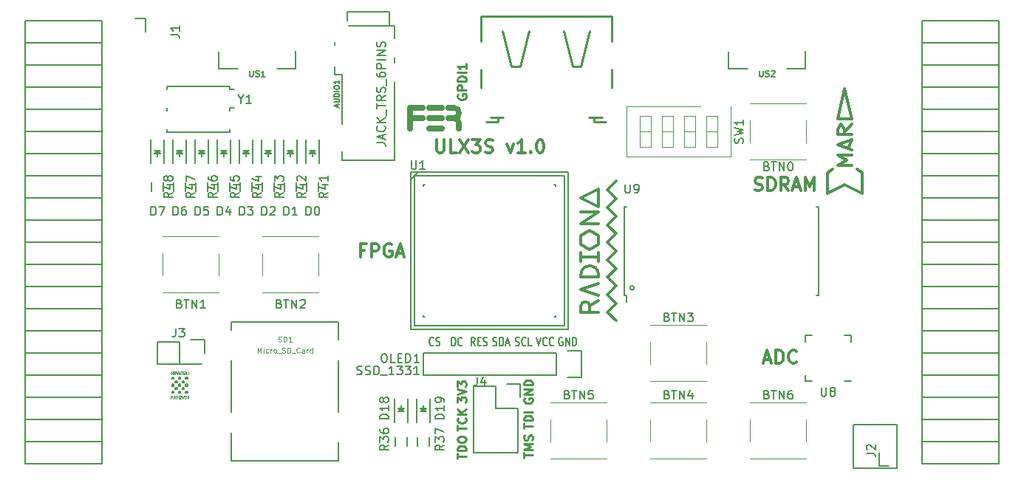
<source format=gto>
G04 #@! TF.FileFunction,Legend,Top*
%FSLAX46Y46*%
G04 Gerber Fmt 4.6, Leading zero omitted, Abs format (unit mm)*
G04 Created by KiCad (PCBNEW 4.0.7+dfsg1-1) date Thu Oct 12 12:32:32 2017*
%MOMM*%
%LPD*%
G01*
G04 APERTURE LIST*
%ADD10C,0.100000*%
%ADD11C,0.300000*%
%ADD12C,0.250000*%
%ADD13C,0.150000*%
%ADD14C,0.254000*%
%ADD15C,0.120000*%
%ADD16C,0.700000*%
%ADD17C,0.200000*%
%ADD18C,0.152400*%
%ADD19C,0.124460*%
%ADD20C,0.075000*%
G04 APERTURE END LIST*
D10*
D11*
X132442858Y-75076571D02*
X132442858Y-76290857D01*
X132514286Y-76433714D01*
X132585715Y-76505143D01*
X132728572Y-76576571D01*
X133014286Y-76576571D01*
X133157144Y-76505143D01*
X133228572Y-76433714D01*
X133300001Y-76290857D01*
X133300001Y-75076571D01*
X134728573Y-76576571D02*
X134014287Y-76576571D01*
X134014287Y-75076571D01*
X135085716Y-75076571D02*
X136085716Y-76576571D01*
X136085716Y-75076571D02*
X135085716Y-76576571D01*
X136514287Y-75076571D02*
X137442858Y-75076571D01*
X136942858Y-75648000D01*
X137157144Y-75648000D01*
X137300001Y-75719429D01*
X137371430Y-75790857D01*
X137442858Y-75933714D01*
X137442858Y-76290857D01*
X137371430Y-76433714D01*
X137300001Y-76505143D01*
X137157144Y-76576571D01*
X136728572Y-76576571D01*
X136585715Y-76505143D01*
X136514287Y-76433714D01*
X138014286Y-76505143D02*
X138228572Y-76576571D01*
X138585715Y-76576571D01*
X138728572Y-76505143D01*
X138800001Y-76433714D01*
X138871429Y-76290857D01*
X138871429Y-76148000D01*
X138800001Y-76005143D01*
X138728572Y-75933714D01*
X138585715Y-75862286D01*
X138300001Y-75790857D01*
X138157143Y-75719429D01*
X138085715Y-75648000D01*
X138014286Y-75505143D01*
X138014286Y-75362286D01*
X138085715Y-75219429D01*
X138157143Y-75148000D01*
X138300001Y-75076571D01*
X138657143Y-75076571D01*
X138871429Y-75148000D01*
X140514286Y-75576571D02*
X140871429Y-76576571D01*
X141228571Y-75576571D01*
X142585714Y-76576571D02*
X141728571Y-76576571D01*
X142157143Y-76576571D02*
X142157143Y-75076571D01*
X142014286Y-75290857D01*
X141871428Y-75433714D01*
X141728571Y-75505143D01*
X143228571Y-76433714D02*
X143299999Y-76505143D01*
X143228571Y-76576571D01*
X143157142Y-76505143D01*
X143228571Y-76433714D01*
X143228571Y-76576571D01*
X144228571Y-75076571D02*
X144371428Y-75076571D01*
X144514285Y-75148000D01*
X144585714Y-75219429D01*
X144657143Y-75362286D01*
X144728571Y-75648000D01*
X144728571Y-76005143D01*
X144657143Y-76290857D01*
X144585714Y-76433714D01*
X144514285Y-76505143D01*
X144371428Y-76576571D01*
X144228571Y-76576571D01*
X144085714Y-76505143D01*
X144014285Y-76433714D01*
X143942857Y-76290857D01*
X143871428Y-76005143D01*
X143871428Y-75648000D01*
X143942857Y-75362286D01*
X144014285Y-75219429D01*
X144085714Y-75148000D01*
X144228571Y-75076571D01*
X124175429Y-87728857D02*
X123675429Y-87728857D01*
X123675429Y-88514571D02*
X123675429Y-87014571D01*
X124389715Y-87014571D01*
X124961143Y-88514571D02*
X124961143Y-87014571D01*
X125532571Y-87014571D01*
X125675429Y-87086000D01*
X125746857Y-87157429D01*
X125818286Y-87300286D01*
X125818286Y-87514571D01*
X125746857Y-87657429D01*
X125675429Y-87728857D01*
X125532571Y-87800286D01*
X124961143Y-87800286D01*
X127246857Y-87086000D02*
X127104000Y-87014571D01*
X126889714Y-87014571D01*
X126675429Y-87086000D01*
X126532571Y-87228857D01*
X126461143Y-87371714D01*
X126389714Y-87657429D01*
X126389714Y-87871714D01*
X126461143Y-88157429D01*
X126532571Y-88300286D01*
X126675429Y-88443143D01*
X126889714Y-88514571D01*
X127032571Y-88514571D01*
X127246857Y-88443143D01*
X127318286Y-88371714D01*
X127318286Y-87871714D01*
X127032571Y-87871714D01*
X127889714Y-88086000D02*
X128604000Y-88086000D01*
X127746857Y-88514571D02*
X128246857Y-87014571D01*
X128746857Y-88514571D01*
X168903429Y-80823143D02*
X169117715Y-80894571D01*
X169474858Y-80894571D01*
X169617715Y-80823143D01*
X169689144Y-80751714D01*
X169760572Y-80608857D01*
X169760572Y-80466000D01*
X169689144Y-80323143D01*
X169617715Y-80251714D01*
X169474858Y-80180286D01*
X169189144Y-80108857D01*
X169046286Y-80037429D01*
X168974858Y-79966000D01*
X168903429Y-79823143D01*
X168903429Y-79680286D01*
X168974858Y-79537429D01*
X169046286Y-79466000D01*
X169189144Y-79394571D01*
X169546286Y-79394571D01*
X169760572Y-79466000D01*
X170403429Y-80894571D02*
X170403429Y-79394571D01*
X170760572Y-79394571D01*
X170974857Y-79466000D01*
X171117715Y-79608857D01*
X171189143Y-79751714D01*
X171260572Y-80037429D01*
X171260572Y-80251714D01*
X171189143Y-80537429D01*
X171117715Y-80680286D01*
X170974857Y-80823143D01*
X170760572Y-80894571D01*
X170403429Y-80894571D01*
X172760572Y-80894571D02*
X172260572Y-80180286D01*
X171903429Y-80894571D02*
X171903429Y-79394571D01*
X172474857Y-79394571D01*
X172617715Y-79466000D01*
X172689143Y-79537429D01*
X172760572Y-79680286D01*
X172760572Y-79894571D01*
X172689143Y-80037429D01*
X172617715Y-80108857D01*
X172474857Y-80180286D01*
X171903429Y-80180286D01*
X173332000Y-80466000D02*
X174046286Y-80466000D01*
X173189143Y-80894571D02*
X173689143Y-79394571D01*
X174189143Y-80894571D01*
X174689143Y-80894571D02*
X174689143Y-79394571D01*
X175189143Y-80466000D01*
X175689143Y-79394571D01*
X175689143Y-80894571D01*
X169966857Y-100278000D02*
X170681143Y-100278000D01*
X169824000Y-100706571D02*
X170324000Y-99206571D01*
X170824000Y-100706571D01*
X171324000Y-100706571D02*
X171324000Y-99206571D01*
X171681143Y-99206571D01*
X171895428Y-99278000D01*
X172038286Y-99420857D01*
X172109714Y-99563714D01*
X172181143Y-99849429D01*
X172181143Y-100063714D01*
X172109714Y-100349429D01*
X172038286Y-100492286D01*
X171895428Y-100635143D01*
X171681143Y-100706571D01*
X171324000Y-100706571D01*
X173681143Y-100563714D02*
X173609714Y-100635143D01*
X173395428Y-100706571D01*
X173252571Y-100706571D01*
X173038286Y-100635143D01*
X172895428Y-100492286D01*
X172824000Y-100349429D01*
X172752571Y-100063714D01*
X172752571Y-99849429D01*
X172824000Y-99563714D01*
X172895428Y-99420857D01*
X173038286Y-99278000D01*
X173252571Y-99206571D01*
X173395428Y-99206571D01*
X173609714Y-99278000D01*
X173681143Y-99349429D01*
D12*
X142447381Y-111521333D02*
X142447381Y-110949904D01*
X143447381Y-111235619D02*
X142447381Y-111235619D01*
X143447381Y-110616571D02*
X142447381Y-110616571D01*
X143161667Y-110283237D01*
X142447381Y-109949904D01*
X143447381Y-109949904D01*
X143399762Y-109521333D02*
X143447381Y-109378476D01*
X143447381Y-109140380D01*
X143399762Y-109045142D01*
X143352143Y-108997523D01*
X143256905Y-108949904D01*
X143161667Y-108949904D01*
X143066429Y-108997523D01*
X143018810Y-109045142D01*
X142971190Y-109140380D01*
X142923571Y-109330857D01*
X142875952Y-109426095D01*
X142828333Y-109473714D01*
X142733095Y-109521333D01*
X142637857Y-109521333D01*
X142542619Y-109473714D01*
X142495000Y-109426095D01*
X142447381Y-109330857D01*
X142447381Y-109092761D01*
X142495000Y-108949904D01*
X142447381Y-108163809D02*
X142447381Y-107592380D01*
X143447381Y-107878095D02*
X142447381Y-107878095D01*
X143447381Y-107259047D02*
X142447381Y-107259047D01*
X142447381Y-107020952D01*
X142495000Y-106878094D01*
X142590238Y-106782856D01*
X142685476Y-106735237D01*
X142875952Y-106687618D01*
X143018810Y-106687618D01*
X143209286Y-106735237D01*
X143304524Y-106782856D01*
X143399762Y-106878094D01*
X143447381Y-107020952D01*
X143447381Y-107259047D01*
X143447381Y-106259047D02*
X142447381Y-106259047D01*
X142495000Y-104726904D02*
X142447381Y-104822142D01*
X142447381Y-104964999D01*
X142495000Y-105107857D01*
X142590238Y-105203095D01*
X142685476Y-105250714D01*
X142875952Y-105298333D01*
X143018810Y-105298333D01*
X143209286Y-105250714D01*
X143304524Y-105203095D01*
X143399762Y-105107857D01*
X143447381Y-104964999D01*
X143447381Y-104869761D01*
X143399762Y-104726904D01*
X143352143Y-104679285D01*
X143018810Y-104679285D01*
X143018810Y-104869761D01*
X143447381Y-104250714D02*
X142447381Y-104250714D01*
X143447381Y-103679285D01*
X142447381Y-103679285D01*
X143447381Y-103203095D02*
X142447381Y-103203095D01*
X142447381Y-102965000D01*
X142495000Y-102822142D01*
X142590238Y-102726904D01*
X142685476Y-102679285D01*
X142875952Y-102631666D01*
X143018810Y-102631666D01*
X143209286Y-102679285D01*
X143304524Y-102726904D01*
X143399762Y-102822142D01*
X143447381Y-102965000D01*
X143447381Y-103203095D01*
X134827381Y-111624524D02*
X134827381Y-111053095D01*
X135827381Y-111338810D02*
X134827381Y-111338810D01*
X135827381Y-110719762D02*
X134827381Y-110719762D01*
X134827381Y-110481667D01*
X134875000Y-110338809D01*
X134970238Y-110243571D01*
X135065476Y-110195952D01*
X135255952Y-110148333D01*
X135398810Y-110148333D01*
X135589286Y-110195952D01*
X135684524Y-110243571D01*
X135779762Y-110338809D01*
X135827381Y-110481667D01*
X135827381Y-110719762D01*
X134827381Y-109529286D02*
X134827381Y-109338809D01*
X134875000Y-109243571D01*
X134970238Y-109148333D01*
X135160714Y-109100714D01*
X135494048Y-109100714D01*
X135684524Y-109148333D01*
X135779762Y-109243571D01*
X135827381Y-109338809D01*
X135827381Y-109529286D01*
X135779762Y-109624524D01*
X135684524Y-109719762D01*
X135494048Y-109767381D01*
X135160714Y-109767381D01*
X134970238Y-109719762D01*
X134875000Y-109624524D01*
X134827381Y-109529286D01*
X134827381Y-108425714D02*
X134827381Y-107854285D01*
X135827381Y-108140000D02*
X134827381Y-108140000D01*
X135732143Y-106949523D02*
X135779762Y-106997142D01*
X135827381Y-107139999D01*
X135827381Y-107235237D01*
X135779762Y-107378095D01*
X135684524Y-107473333D01*
X135589286Y-107520952D01*
X135398810Y-107568571D01*
X135255952Y-107568571D01*
X135065476Y-107520952D01*
X134970238Y-107473333D01*
X134875000Y-107378095D01*
X134827381Y-107235237D01*
X134827381Y-107139999D01*
X134875000Y-106997142D01*
X134922619Y-106949523D01*
X135827381Y-106520952D02*
X134827381Y-106520952D01*
X135827381Y-105949523D02*
X135255952Y-106378095D01*
X134827381Y-105949523D02*
X135398810Y-106520952D01*
X134827381Y-105203095D02*
X134827381Y-104584047D01*
X135208333Y-104917381D01*
X135208333Y-104774523D01*
X135255952Y-104679285D01*
X135303571Y-104631666D01*
X135398810Y-104584047D01*
X135636905Y-104584047D01*
X135732143Y-104631666D01*
X135779762Y-104679285D01*
X135827381Y-104774523D01*
X135827381Y-105060238D01*
X135779762Y-105155476D01*
X135732143Y-105203095D01*
X134827381Y-104298333D02*
X135827381Y-103965000D01*
X134827381Y-103631666D01*
X134827381Y-103393571D02*
X134827381Y-102774523D01*
X135208333Y-103107857D01*
X135208333Y-102964999D01*
X135255952Y-102869761D01*
X135303571Y-102822142D01*
X135398810Y-102774523D01*
X135636905Y-102774523D01*
X135732143Y-102822142D01*
X135779762Y-102869761D01*
X135827381Y-102964999D01*
X135827381Y-103250714D01*
X135779762Y-103345952D01*
X135732143Y-103393571D01*
D13*
X117480000Y-75060000D02*
X117480000Y-77760000D01*
X118980000Y-75060000D02*
X118980000Y-77760000D01*
X118080000Y-76560000D02*
X118330000Y-76560000D01*
X118330000Y-76560000D02*
X118180000Y-76410000D01*
X118580000Y-76310000D02*
X117880000Y-76310000D01*
X118230000Y-76660000D02*
X118230000Y-77010000D01*
X118230000Y-76310000D02*
X118580000Y-76660000D01*
X118580000Y-76660000D02*
X117880000Y-76660000D01*
X117880000Y-76660000D02*
X118230000Y-76310000D01*
X114940000Y-75060000D02*
X114940000Y-77760000D01*
X116440000Y-75060000D02*
X116440000Y-77760000D01*
X115540000Y-76560000D02*
X115790000Y-76560000D01*
X115790000Y-76560000D02*
X115640000Y-76410000D01*
X116040000Y-76310000D02*
X115340000Y-76310000D01*
X115690000Y-76660000D02*
X115690000Y-77010000D01*
X115690000Y-76310000D02*
X116040000Y-76660000D01*
X116040000Y-76660000D02*
X115340000Y-76660000D01*
X115340000Y-76660000D02*
X115690000Y-76310000D01*
X112400000Y-75060000D02*
X112400000Y-77760000D01*
X113900000Y-75060000D02*
X113900000Y-77760000D01*
X113000000Y-76560000D02*
X113250000Y-76560000D01*
X113250000Y-76560000D02*
X113100000Y-76410000D01*
X113500000Y-76310000D02*
X112800000Y-76310000D01*
X113150000Y-76660000D02*
X113150000Y-77010000D01*
X113150000Y-76310000D02*
X113500000Y-76660000D01*
X113500000Y-76660000D02*
X112800000Y-76660000D01*
X112800000Y-76660000D02*
X113150000Y-76310000D01*
X109860000Y-75060000D02*
X109860000Y-77760000D01*
X111360000Y-75060000D02*
X111360000Y-77760000D01*
X110460000Y-76560000D02*
X110710000Y-76560000D01*
X110710000Y-76560000D02*
X110560000Y-76410000D01*
X110960000Y-76310000D02*
X110260000Y-76310000D01*
X110610000Y-76660000D02*
X110610000Y-77010000D01*
X110610000Y-76310000D02*
X110960000Y-76660000D01*
X110960000Y-76660000D02*
X110260000Y-76660000D01*
X110260000Y-76660000D02*
X110610000Y-76310000D01*
X107320000Y-75060000D02*
X107320000Y-77760000D01*
X108820000Y-75060000D02*
X108820000Y-77760000D01*
X107920000Y-76560000D02*
X108170000Y-76560000D01*
X108170000Y-76560000D02*
X108020000Y-76410000D01*
X108420000Y-76310000D02*
X107720000Y-76310000D01*
X108070000Y-76660000D02*
X108070000Y-77010000D01*
X108070000Y-76310000D02*
X108420000Y-76660000D01*
X108420000Y-76660000D02*
X107720000Y-76660000D01*
X107720000Y-76660000D02*
X108070000Y-76310000D01*
X104780000Y-75060000D02*
X104780000Y-77760000D01*
X106280000Y-75060000D02*
X106280000Y-77760000D01*
X105380000Y-76560000D02*
X105630000Y-76560000D01*
X105630000Y-76560000D02*
X105480000Y-76410000D01*
X105880000Y-76310000D02*
X105180000Y-76310000D01*
X105530000Y-76660000D02*
X105530000Y-77010000D01*
X105530000Y-76310000D02*
X105880000Y-76660000D01*
X105880000Y-76660000D02*
X105180000Y-76660000D01*
X105180000Y-76660000D02*
X105530000Y-76310000D01*
X102240000Y-75060000D02*
X102240000Y-77760000D01*
X103740000Y-75060000D02*
X103740000Y-77760000D01*
X102840000Y-76560000D02*
X103090000Y-76560000D01*
X103090000Y-76560000D02*
X102940000Y-76410000D01*
X103340000Y-76310000D02*
X102640000Y-76310000D01*
X102990000Y-76660000D02*
X102990000Y-77010000D01*
X102990000Y-76310000D02*
X103340000Y-76660000D01*
X103340000Y-76660000D02*
X102640000Y-76660000D01*
X102640000Y-76660000D02*
X102990000Y-76310000D01*
X99700000Y-75060000D02*
X99700000Y-77760000D01*
X101200000Y-75060000D02*
X101200000Y-77760000D01*
X100300000Y-76560000D02*
X100550000Y-76560000D01*
X100550000Y-76560000D02*
X100400000Y-76410000D01*
X100800000Y-76310000D02*
X100100000Y-76310000D01*
X100450000Y-76660000D02*
X100450000Y-77010000D01*
X100450000Y-76310000D02*
X100800000Y-76660000D01*
X100800000Y-76660000D02*
X100100000Y-76660000D01*
X100100000Y-76660000D02*
X100450000Y-76310000D01*
X176180000Y-92880000D02*
X175980000Y-92880000D01*
X176180000Y-82720000D02*
X175980000Y-82720000D01*
X155080000Y-92050000D02*
G75*
G03X155080000Y-92050000I-250000J0D01*
G01*
X154180000Y-92880000D02*
X154180000Y-93700000D01*
X153980000Y-92880000D02*
X154180000Y-92880000D01*
X153980000Y-82720000D02*
X154180000Y-82720000D01*
X176190000Y-82720000D02*
X176190000Y-92880000D01*
X153970000Y-92880000D02*
X153970000Y-82720000D01*
X85270000Y-112220000D02*
X94100000Y-112220000D01*
X85270000Y-109680000D02*
X85270000Y-112220000D01*
X94100000Y-109680000D02*
X94100000Y-112220000D01*
X94100000Y-112220000D02*
X85270000Y-112220000D01*
X94100000Y-109680000D02*
X85270000Y-109680000D01*
X94100000Y-107140000D02*
X94100000Y-109680000D01*
X85270000Y-107140000D02*
X85270000Y-109680000D01*
X85270000Y-109680000D02*
X94100000Y-109680000D01*
X85270000Y-91900000D02*
X94100000Y-91900000D01*
X85270000Y-89360000D02*
X85270000Y-91900000D01*
X94100000Y-89360000D02*
X94100000Y-91900000D01*
X94100000Y-91900000D02*
X85270000Y-91900000D01*
X94100000Y-94440000D02*
X85270000Y-94440000D01*
X94100000Y-91900000D02*
X94100000Y-94440000D01*
X85270000Y-91900000D02*
X85270000Y-94440000D01*
X85270000Y-94440000D02*
X94100000Y-94440000D01*
X85270000Y-107140000D02*
X94100000Y-107140000D01*
X85270000Y-104600000D02*
X85270000Y-107140000D01*
X94100000Y-104600000D02*
X94100000Y-107140000D01*
X94100000Y-107140000D02*
X85270000Y-107140000D01*
X94100000Y-104600000D02*
X85270000Y-104600000D01*
X94100000Y-102060000D02*
X94100000Y-104600000D01*
X85270000Y-102060000D02*
X85270000Y-104600000D01*
X85270000Y-104600000D02*
X94100000Y-104600000D01*
X85270000Y-102060000D02*
X94100000Y-102060000D01*
X85270000Y-99520000D02*
X85270000Y-102060000D01*
X94100000Y-99520000D02*
X94100000Y-102060000D01*
X94100000Y-102060000D02*
X85270000Y-102060000D01*
X94100000Y-99520000D02*
X85270000Y-99520000D01*
X94100000Y-96980000D02*
X94100000Y-99520000D01*
X85270000Y-96980000D02*
X85270000Y-99520000D01*
X85270000Y-99520000D02*
X94100000Y-99520000D01*
X85270000Y-96980000D02*
X94100000Y-96980000D01*
X85270000Y-94440000D02*
X85270000Y-96980000D01*
X94100000Y-94440000D02*
X94100000Y-96980000D01*
X94100000Y-96980000D02*
X85270000Y-96980000D01*
X94100000Y-79200000D02*
X85270000Y-79200000D01*
X94100000Y-76660000D02*
X94100000Y-79200000D01*
X85270000Y-76660000D02*
X85270000Y-79200000D01*
X85270000Y-79200000D02*
X94100000Y-79200000D01*
X85270000Y-81740000D02*
X94100000Y-81740000D01*
X85270000Y-79200000D02*
X85270000Y-81740000D01*
X94100000Y-79200000D02*
X94100000Y-81740000D01*
X94100000Y-81740000D02*
X85270000Y-81740000D01*
X94100000Y-84280000D02*
X85270000Y-84280000D01*
X94100000Y-81740000D02*
X94100000Y-84280000D01*
X85270000Y-81740000D02*
X85270000Y-84280000D01*
X85270000Y-84280000D02*
X94100000Y-84280000D01*
X85270000Y-86820000D02*
X94100000Y-86820000D01*
X85270000Y-84280000D02*
X85270000Y-86820000D01*
X94100000Y-84280000D02*
X94100000Y-86820000D01*
X94100000Y-86820000D02*
X85270000Y-86820000D01*
X94100000Y-89360000D02*
X85270000Y-89360000D01*
X94100000Y-86820000D02*
X94100000Y-89360000D01*
X85270000Y-86820000D02*
X85270000Y-89360000D01*
X85270000Y-89360000D02*
X94100000Y-89360000D01*
X85270000Y-76660000D02*
X94100000Y-76660000D01*
X85270000Y-74120000D02*
X85270000Y-76660000D01*
X94100000Y-74120000D02*
X94100000Y-76660000D01*
X94100000Y-76660000D02*
X85270000Y-76660000D01*
X94100000Y-74120000D02*
X85270000Y-74120000D01*
X94100000Y-71580000D02*
X94100000Y-74120000D01*
X85270000Y-71580000D02*
X85270000Y-74120000D01*
X85270000Y-74120000D02*
X94100000Y-74120000D01*
X85270000Y-71580000D02*
X94100000Y-71580000D01*
X85270000Y-69040000D02*
X85270000Y-71580000D01*
X94100000Y-69040000D02*
X94100000Y-71580000D01*
X94100000Y-71580000D02*
X85270000Y-71580000D01*
X94100000Y-69040000D02*
X85270000Y-69040000D01*
X94100000Y-66500000D02*
X94100000Y-69040000D01*
X85270000Y-66500000D02*
X85270000Y-69040000D01*
X85270000Y-69040000D02*
X94100000Y-69040000D01*
X85270000Y-66500000D02*
X94100000Y-66500000D01*
X85270000Y-63960000D02*
X85270000Y-66500000D01*
X94100000Y-63960000D02*
X94100000Y-66500000D01*
X94100000Y-66500000D02*
X85270000Y-66500000D01*
X94100000Y-63960000D02*
X85270000Y-63960000D01*
X94100000Y-61420000D02*
X94100000Y-63960000D01*
X99060000Y-62690000D02*
X99060000Y-61140000D01*
X99060000Y-61140000D02*
X97910000Y-61140000D01*
X94100000Y-61420000D02*
X85270000Y-61420000D01*
X85270000Y-61420000D02*
X85270000Y-63960000D01*
X85270000Y-63960000D02*
X94100000Y-63960000D01*
X196910000Y-61420000D02*
X188080000Y-61420000D01*
X196910000Y-63960000D02*
X196910000Y-61420000D01*
X188080000Y-63960000D02*
X188080000Y-61420000D01*
X188080000Y-61420000D02*
X196910000Y-61420000D01*
X188080000Y-63960000D02*
X196910000Y-63960000D01*
X188080000Y-66500000D02*
X188080000Y-63960000D01*
X196910000Y-66500000D02*
X196910000Y-63960000D01*
X196910000Y-63960000D02*
X188080000Y-63960000D01*
X196910000Y-81740000D02*
X188080000Y-81740000D01*
X196910000Y-84280000D02*
X196910000Y-81740000D01*
X188080000Y-84280000D02*
X188080000Y-81740000D01*
X188080000Y-81740000D02*
X196910000Y-81740000D01*
X188080000Y-79200000D02*
X196910000Y-79200000D01*
X188080000Y-81740000D02*
X188080000Y-79200000D01*
X196910000Y-81740000D02*
X196910000Y-79200000D01*
X196910000Y-79200000D02*
X188080000Y-79200000D01*
X196910000Y-66500000D02*
X188080000Y-66500000D01*
X196910000Y-69040000D02*
X196910000Y-66500000D01*
X188080000Y-69040000D02*
X188080000Y-66500000D01*
X188080000Y-66500000D02*
X196910000Y-66500000D01*
X188080000Y-69040000D02*
X196910000Y-69040000D01*
X188080000Y-71580000D02*
X188080000Y-69040000D01*
X196910000Y-71580000D02*
X196910000Y-69040000D01*
X196910000Y-69040000D02*
X188080000Y-69040000D01*
X196910000Y-71580000D02*
X188080000Y-71580000D01*
X196910000Y-74120000D02*
X196910000Y-71580000D01*
X188080000Y-74120000D02*
X188080000Y-71580000D01*
X188080000Y-71580000D02*
X196910000Y-71580000D01*
X188080000Y-74120000D02*
X196910000Y-74120000D01*
X188080000Y-76660000D02*
X188080000Y-74120000D01*
X196910000Y-76660000D02*
X196910000Y-74120000D01*
X196910000Y-74120000D02*
X188080000Y-74120000D01*
X196910000Y-76660000D02*
X188080000Y-76660000D01*
X196910000Y-79200000D02*
X196910000Y-76660000D01*
X188080000Y-79200000D02*
X188080000Y-76660000D01*
X188080000Y-76660000D02*
X196910000Y-76660000D01*
X188080000Y-94440000D02*
X196910000Y-94440000D01*
X188080000Y-96980000D02*
X188080000Y-94440000D01*
X196910000Y-96980000D02*
X196910000Y-94440000D01*
X196910000Y-94440000D02*
X188080000Y-94440000D01*
X196910000Y-91900000D02*
X188080000Y-91900000D01*
X196910000Y-94440000D02*
X196910000Y-91900000D01*
X188080000Y-94440000D02*
X188080000Y-91900000D01*
X188080000Y-91900000D02*
X196910000Y-91900000D01*
X188080000Y-89360000D02*
X196910000Y-89360000D01*
X188080000Y-91900000D02*
X188080000Y-89360000D01*
X196910000Y-91900000D02*
X196910000Y-89360000D01*
X196910000Y-89360000D02*
X188080000Y-89360000D01*
X196910000Y-86820000D02*
X188080000Y-86820000D01*
X196910000Y-89360000D02*
X196910000Y-86820000D01*
X188080000Y-89360000D02*
X188080000Y-86820000D01*
X188080000Y-86820000D02*
X196910000Y-86820000D01*
X188080000Y-84280000D02*
X196910000Y-84280000D01*
X188080000Y-86820000D02*
X188080000Y-84280000D01*
X196910000Y-86820000D02*
X196910000Y-84280000D01*
X196910000Y-84280000D02*
X188080000Y-84280000D01*
X196910000Y-96980000D02*
X188080000Y-96980000D01*
X196910000Y-99520000D02*
X196910000Y-96980000D01*
X188080000Y-99520000D02*
X188080000Y-96980000D01*
X188080000Y-96980000D02*
X196910000Y-96980000D01*
X188080000Y-99520000D02*
X196910000Y-99520000D01*
X188080000Y-102060000D02*
X188080000Y-99520000D01*
X196910000Y-102060000D02*
X196910000Y-99520000D01*
X196910000Y-99520000D02*
X188080000Y-99520000D01*
X196910000Y-102060000D02*
X188080000Y-102060000D01*
X196910000Y-104600000D02*
X196910000Y-102060000D01*
X188080000Y-104600000D02*
X188080000Y-102060000D01*
X188080000Y-102060000D02*
X196910000Y-102060000D01*
X188080000Y-104600000D02*
X196910000Y-104600000D01*
X188080000Y-107140000D02*
X188080000Y-104600000D01*
X196910000Y-107140000D02*
X196910000Y-104600000D01*
X196910000Y-104600000D02*
X188080000Y-104600000D01*
X196910000Y-107140000D02*
X188080000Y-107140000D01*
X196910000Y-109680000D02*
X196910000Y-107140000D01*
X188080000Y-109680000D02*
X188080000Y-107140000D01*
X188080000Y-107140000D02*
X196910000Y-107140000D01*
X188080000Y-109680000D02*
X196910000Y-109680000D01*
X188080000Y-112220000D02*
X188080000Y-109680000D01*
X183120000Y-110950000D02*
X183120000Y-112500000D01*
X183120000Y-112500000D02*
X184270000Y-112500000D01*
X188080000Y-112220000D02*
X196910000Y-112220000D01*
X196910000Y-112220000D02*
X196910000Y-109680000D01*
X196910000Y-109680000D02*
X188080000Y-109680000D01*
X108724000Y-69280000D02*
X109274000Y-69280000D01*
X101524000Y-68980000D02*
X101524000Y-69280000D01*
X101524000Y-74180000D02*
X101524000Y-73880000D01*
X108724000Y-74180000D02*
X108724000Y-73880000D01*
X108724000Y-68980000D02*
X108724000Y-69280000D01*
X108724000Y-68980000D02*
X101524000Y-68980000D01*
X108724000Y-71380000D02*
X109274000Y-71380000D01*
X108724000Y-74180000D02*
X101524000Y-74180000D01*
X101524000Y-71380000D02*
X101524000Y-71780000D01*
X108724000Y-71380000D02*
X108724000Y-71780000D01*
X105810000Y-99520000D02*
X105810000Y-97970000D01*
X102990000Y-100790000D02*
X105530000Y-100790000D01*
X105810000Y-97970000D02*
X104260000Y-97970000D01*
X100450000Y-100790000D02*
X102990000Y-100790000D01*
X102990000Y-100790000D02*
X102990000Y-98250000D01*
X102990000Y-98250000D02*
X100450000Y-98250000D01*
X100450000Y-98250000D02*
X100450000Y-100790000D01*
X129140000Y-107470000D02*
X129140000Y-104770000D01*
X127640000Y-107470000D02*
X127640000Y-104770000D01*
X128540000Y-105970000D02*
X128290000Y-105970000D01*
X128290000Y-105970000D02*
X128440000Y-106120000D01*
X128040000Y-106220000D02*
X128740000Y-106220000D01*
X128390000Y-105870000D02*
X128390000Y-105520000D01*
X128390000Y-106220000D02*
X128040000Y-105870000D01*
X128040000Y-105870000D02*
X128740000Y-105870000D01*
X128740000Y-105870000D02*
X128390000Y-106220000D01*
X131680000Y-107470000D02*
X131680000Y-104770000D01*
X130180000Y-107470000D02*
X130180000Y-104770000D01*
X131080000Y-105970000D02*
X130830000Y-105970000D01*
X130830000Y-105970000D02*
X130980000Y-106120000D01*
X130580000Y-106220000D02*
X131280000Y-106220000D01*
X130930000Y-105870000D02*
X130930000Y-105520000D01*
X130930000Y-106220000D02*
X130580000Y-105870000D01*
X130580000Y-105870000D02*
X131280000Y-105870000D01*
X131280000Y-105870000D02*
X130930000Y-106220000D01*
X127715000Y-110180000D02*
X127715000Y-109180000D01*
X129065000Y-109180000D02*
X129065000Y-110180000D01*
X131605000Y-109180000D02*
X131605000Y-110180000D01*
X130255000Y-110180000D02*
X130255000Y-109180000D01*
X116280000Y-64925000D02*
X116280000Y-66925000D01*
X116280000Y-66925000D02*
X114130000Y-66925000D01*
X109630000Y-66925000D02*
X107480000Y-66925000D01*
X107480000Y-66925000D02*
X107480000Y-64975000D01*
X174700000Y-64925000D02*
X174700000Y-66925000D01*
X174700000Y-66925000D02*
X172550000Y-66925000D01*
X168050000Y-66925000D02*
X165900000Y-66925000D01*
X165900000Y-66925000D02*
X165900000Y-64975000D01*
X141725000Y-110950000D02*
X141725000Y-105870000D01*
X142005000Y-103050000D02*
X142005000Y-104600000D01*
X139185000Y-103330000D02*
X139185000Y-105870000D01*
X139185000Y-105870000D02*
X141725000Y-105870000D01*
X141725000Y-110950000D02*
X136645000Y-110950000D01*
X136645000Y-110950000D02*
X136645000Y-105870000D01*
X142005000Y-103050000D02*
X140455000Y-103050000D01*
X136645000Y-103330000D02*
X139185000Y-103330000D01*
X136645000Y-105870000D02*
X136645000Y-103330000D01*
X118905000Y-79970000D02*
X118905000Y-80970000D01*
X117555000Y-80970000D02*
X117555000Y-79970000D01*
X116365000Y-79970000D02*
X116365000Y-80970000D01*
X115015000Y-80970000D02*
X115015000Y-79970000D01*
X113825000Y-79970000D02*
X113825000Y-80970000D01*
X112475000Y-80970000D02*
X112475000Y-79970000D01*
X111285000Y-79970000D02*
X111285000Y-80970000D01*
X109935000Y-80970000D02*
X109935000Y-79970000D01*
X108745000Y-79970000D02*
X108745000Y-80970000D01*
X107395000Y-80970000D02*
X107395000Y-79970000D01*
X106205000Y-79970000D02*
X106205000Y-80970000D01*
X104855000Y-80970000D02*
X104855000Y-79970000D01*
X103665000Y-79970000D02*
X103665000Y-80970000D01*
X102315000Y-80970000D02*
X102315000Y-79970000D01*
X101125000Y-79970000D02*
X101125000Y-80970000D01*
X99775000Y-80970000D02*
X99775000Y-79970000D01*
X174660000Y-102780000D02*
X174660000Y-102030000D01*
X179910000Y-97530000D02*
X179910000Y-98280000D01*
X174660000Y-97530000D02*
X174660000Y-98280000D01*
X179910000Y-102780000D02*
X179160000Y-102780000D01*
X179910000Y-97530000D02*
X179160000Y-97530000D01*
X174660000Y-97530000D02*
X175410000Y-97530000D01*
X174660000Y-102780000D02*
X175410000Y-102780000D01*
X180180640Y-107700640D02*
X185179360Y-107700640D01*
X185179360Y-107700640D02*
X185179360Y-112699360D01*
X185179360Y-112699360D02*
X180180640Y-112699360D01*
X180180640Y-112699360D02*
X180180640Y-107700640D01*
X146170000Y-99520000D02*
X130930000Y-99520000D01*
X130930000Y-99520000D02*
X130930000Y-102060000D01*
X130930000Y-102060000D02*
X146170000Y-102060000D01*
X148990000Y-99240000D02*
X147440000Y-99240000D01*
X146170000Y-99520000D02*
X146170000Y-102060000D01*
X147440000Y-102340000D02*
X148990000Y-102340000D01*
X148990000Y-102340000D02*
X148990000Y-99240000D01*
X122180000Y-60440000D02*
X122180000Y-61440000D01*
X126980000Y-60440000D02*
X122180000Y-60440000D01*
X126980000Y-62040000D02*
X126980000Y-60440000D01*
X127580000Y-62040000D02*
X122380000Y-62040000D01*
X120780000Y-64240000D02*
X120780000Y-63840000D01*
X120780000Y-67640000D02*
X120780000Y-66640000D01*
X121580000Y-67640000D02*
X120780000Y-67640000D01*
X121580000Y-73240000D02*
X121580000Y-67640000D01*
X121580000Y-77440000D02*
X121580000Y-76440000D01*
X127580000Y-77440000D02*
X121580000Y-77440000D01*
X127580000Y-68440000D02*
X127580000Y-77440000D01*
X127580000Y-65640000D02*
X127580000Y-66240000D01*
X127580000Y-62040000D02*
X127580000Y-63440000D01*
D14*
X151378260Y-72548160D02*
X150479100Y-72548160D01*
X150479100Y-72548160D02*
X149879660Y-72548160D01*
X140080340Y-72548160D02*
X139480900Y-72548160D01*
X139480900Y-72548160D02*
X138581740Y-72548160D01*
X137481920Y-69149640D02*
X137481920Y-66998260D01*
X137481920Y-63800400D02*
X137481920Y-60892100D01*
X137481920Y-60892100D02*
X152478080Y-60892100D01*
X152478080Y-60892100D02*
X152478080Y-63800400D01*
X152478080Y-66998260D02*
X152478080Y-69149640D01*
X138106760Y-73048540D02*
X139480900Y-73048540D01*
X139480900Y-73048540D02*
X139480900Y-72548160D01*
X150479100Y-72548160D02*
X150479100Y-73048540D01*
X150479100Y-73048540D02*
X151865940Y-73048540D01*
X142981020Y-62632000D02*
X141980260Y-66632500D01*
X141980260Y-66632500D02*
X140982040Y-66632500D01*
X140982040Y-66632500D02*
X139981280Y-62632000D01*
X146978980Y-62632000D02*
X147979740Y-66632500D01*
X147979740Y-66632500D02*
X148977960Y-66632500D01*
X148977960Y-66632500D02*
X149978720Y-62632000D01*
D15*
X168340000Y-77350000D02*
X168340000Y-77320000D01*
X168340000Y-70890000D02*
X168340000Y-70920000D01*
X174800000Y-70890000D02*
X174800000Y-70920000D01*
X174800000Y-77320000D02*
X174800000Y-77350000D01*
X168340000Y-75420000D02*
X168340000Y-72820000D01*
X174800000Y-77350000D02*
X168340000Y-77350000D01*
X174800000Y-75420000D02*
X174800000Y-72820000D01*
X174800000Y-70890000D02*
X168340000Y-70890000D01*
X107490000Y-86130000D02*
X107490000Y-86160000D01*
X107490000Y-92590000D02*
X107490000Y-92560000D01*
X101030000Y-92590000D02*
X101030000Y-92560000D01*
X101030000Y-86160000D02*
X101030000Y-86130000D01*
X107490000Y-88060000D02*
X107490000Y-90660000D01*
X101030000Y-86130000D02*
X107490000Y-86130000D01*
X101030000Y-88060000D02*
X101030000Y-90660000D01*
X101030000Y-92590000D02*
X107490000Y-92590000D01*
X118920000Y-86130000D02*
X118920000Y-86160000D01*
X118920000Y-92590000D02*
X118920000Y-92560000D01*
X112460000Y-92590000D02*
X112460000Y-92560000D01*
X112460000Y-86160000D02*
X112460000Y-86130000D01*
X118920000Y-88060000D02*
X118920000Y-90660000D01*
X112460000Y-86130000D02*
X118920000Y-86130000D01*
X112460000Y-88060000D02*
X112460000Y-90660000D01*
X112460000Y-92590000D02*
X118920000Y-92590000D01*
X163370000Y-96290000D02*
X163370000Y-96320000D01*
X163370000Y-102750000D02*
X163370000Y-102720000D01*
X156910000Y-102750000D02*
X156910000Y-102720000D01*
X156910000Y-96320000D02*
X156910000Y-96290000D01*
X163370000Y-98220000D02*
X163370000Y-100820000D01*
X156910000Y-96290000D02*
X163370000Y-96290000D01*
X156910000Y-98220000D02*
X156910000Y-100820000D01*
X156910000Y-102750000D02*
X163370000Y-102750000D01*
X156910000Y-111640000D02*
X156910000Y-111610000D01*
X156910000Y-105180000D02*
X156910000Y-105210000D01*
X163370000Y-105180000D02*
X163370000Y-105210000D01*
X163370000Y-111610000D02*
X163370000Y-111640000D01*
X156910000Y-109710000D02*
X156910000Y-107110000D01*
X163370000Y-111640000D02*
X156910000Y-111640000D01*
X163370000Y-109710000D02*
X163370000Y-107110000D01*
X163370000Y-105180000D02*
X156910000Y-105180000D01*
X145480000Y-111640000D02*
X145480000Y-111610000D01*
X145480000Y-105180000D02*
X145480000Y-105210000D01*
X151940000Y-105180000D02*
X151940000Y-105210000D01*
X151940000Y-111610000D02*
X151940000Y-111640000D01*
X145480000Y-109710000D02*
X145480000Y-107110000D01*
X151940000Y-111640000D02*
X145480000Y-111640000D01*
X151940000Y-109710000D02*
X151940000Y-107110000D01*
X151940000Y-105180000D02*
X145480000Y-105180000D01*
X168340000Y-111640000D02*
X168340000Y-111610000D01*
X168340000Y-105180000D02*
X168340000Y-105210000D01*
X174800000Y-105180000D02*
X174800000Y-105210000D01*
X174800000Y-111610000D02*
X174800000Y-111640000D01*
X168340000Y-109710000D02*
X168340000Y-107110000D01*
X174800000Y-111640000D02*
X168340000Y-111640000D01*
X174800000Y-109710000D02*
X174800000Y-107110000D01*
X174800000Y-105180000D02*
X168340000Y-105180000D01*
X166120000Y-71275000D02*
X166120000Y-76965000D01*
X166120000Y-76965000D02*
X154160000Y-76965000D01*
X154160000Y-76965000D02*
X154160000Y-71275000D01*
X154160000Y-71275000D02*
X162680000Y-71275000D01*
X164585000Y-72310000D02*
X163315000Y-72310000D01*
X163315000Y-72310000D02*
X163315000Y-75930000D01*
X163315000Y-75930000D02*
X164585000Y-75930000D01*
X164585000Y-75930000D02*
X164585000Y-72310000D01*
X164585000Y-74120000D02*
X163315000Y-74120000D01*
X162045000Y-72310000D02*
X160775000Y-72310000D01*
X160775000Y-72310000D02*
X160775000Y-75930000D01*
X160775000Y-75930000D02*
X162045000Y-75930000D01*
X162045000Y-75930000D02*
X162045000Y-72310000D01*
X162045000Y-74120000D02*
X160775000Y-74120000D01*
X159505000Y-72310000D02*
X158235000Y-72310000D01*
X158235000Y-72310000D02*
X158235000Y-75930000D01*
X158235000Y-75930000D02*
X159505000Y-75930000D01*
X159505000Y-75930000D02*
X159505000Y-72310000D01*
X159505000Y-74120000D02*
X158235000Y-74120000D01*
X156965000Y-72310000D02*
X155695000Y-72310000D01*
X155695000Y-72310000D02*
X155695000Y-75930000D01*
X155695000Y-75930000D02*
X156965000Y-75930000D01*
X156965000Y-75930000D02*
X156965000Y-72310000D01*
X156965000Y-74120000D02*
X155695000Y-74120000D01*
D13*
X130880000Y-80200000D02*
X131080000Y-80200000D01*
X130880000Y-80400000D02*
X130880000Y-80200000D01*
X146080000Y-80200000D02*
X146080000Y-80400000D01*
X145880000Y-80200000D02*
X146080000Y-80200000D01*
X146080000Y-95400000D02*
X146080000Y-95200000D01*
X145880000Y-95400000D02*
X146080000Y-95400000D01*
X130880000Y-95400000D02*
X131080000Y-95400000D01*
X130880000Y-95200000D02*
X130880000Y-95400000D01*
X130280000Y-78800000D02*
X129480000Y-79600000D01*
X129480000Y-96800000D02*
X129480000Y-78800000D01*
X147480000Y-96800000D02*
X129480000Y-96800000D01*
X147480000Y-78800000D02*
X147480000Y-96800000D01*
X129480000Y-78800000D02*
X147480000Y-78800000D01*
X129880000Y-96400000D02*
X129880000Y-79200000D01*
X147080000Y-96400000D02*
X129880000Y-96400000D01*
X147080000Y-79200000D02*
X147080000Y-96400000D01*
X129880000Y-79200000D02*
X147080000Y-79200000D01*
X121205000Y-111915000D02*
X121205000Y-109765000D01*
X108905000Y-111915000D02*
X121205000Y-111915000D01*
X108905000Y-108665000D02*
X108905000Y-111915000D01*
X108905000Y-100365000D02*
X108905000Y-106265000D01*
X121205000Y-106265000D02*
X121205000Y-100365000D01*
X108905000Y-95965000D02*
X108905000Y-96865000D01*
X121205000Y-95965000D02*
X108905000Y-95965000D01*
X121205000Y-98015000D02*
X121205000Y-95965000D01*
D11*
X149980000Y-94836000D02*
X149980000Y-94136000D01*
X148980000Y-94836000D02*
X148980000Y-94136000D01*
X151980000Y-80836000D02*
X152980000Y-79836000D01*
X152980000Y-81836000D02*
X151980000Y-80836000D01*
X151980000Y-82836000D02*
X152980000Y-81836000D01*
X152980000Y-83836000D02*
X151980000Y-82836000D01*
X151980000Y-84836000D02*
X152980000Y-83836000D01*
X152980000Y-85836000D02*
X151980000Y-84836000D01*
X151980000Y-86836000D02*
X152980000Y-85836000D01*
X152980000Y-87836000D02*
X151980000Y-86836000D01*
X151980000Y-88836000D02*
X152980000Y-87836000D01*
X152980000Y-89836000D02*
X151980000Y-88836000D01*
X151980000Y-90836000D02*
X152980000Y-89836000D01*
X152980000Y-91836000D02*
X151980000Y-90836000D01*
X151980000Y-92836000D02*
X152980000Y-91836000D01*
X152980000Y-93836000D02*
X151980000Y-92836000D01*
X151980000Y-94836000D02*
X152980000Y-93836000D01*
X152980000Y-95836000D02*
X151980000Y-94836000D01*
X150980000Y-90836000D02*
X150980000Y-90536000D01*
X148980000Y-90836000D02*
X148980000Y-90536000D01*
X148980000Y-89036000D02*
X148980000Y-88036000D01*
X150980000Y-89036000D02*
X150980000Y-88036000D01*
X150980000Y-83336000D02*
X148980000Y-83336000D01*
X148980000Y-84736000D02*
X150980000Y-83336000D01*
X149980000Y-94136000D02*
X150980000Y-93536000D01*
X149980000Y-85436000D02*
X150980000Y-86036000D01*
X148980000Y-86036000D02*
X149980000Y-85436000D01*
X149980000Y-87636000D02*
X148980000Y-87036000D01*
X150980000Y-87036000D02*
X149980000Y-87636000D01*
X148980000Y-86036000D02*
X148980000Y-87036000D01*
X150980000Y-87036000D02*
X150980000Y-86036000D01*
X150980000Y-80736000D02*
X150980000Y-82736000D01*
X148980000Y-81736000D02*
X150980000Y-80736000D01*
X150980000Y-82736000D02*
X148980000Y-81736000D01*
X150980000Y-84736000D02*
X148980000Y-84736000D01*
X148980000Y-88536000D02*
X150980000Y-88536000D01*
X150980000Y-90536000D02*
G75*
G03X148980000Y-90536000I-1000000J0D01*
G01*
X150980000Y-90836000D02*
X148980000Y-90836000D01*
X148980000Y-92236000D02*
X150980000Y-91536000D01*
X150980000Y-92936000D02*
X148980000Y-92236000D01*
X149980000Y-94136000D02*
G75*
G03X148980000Y-94136000I-500000J0D01*
G01*
X150980000Y-94836000D02*
X148980000Y-94836000D01*
X178390000Y-76844000D02*
X179990000Y-76844000D01*
X179390000Y-77444000D02*
X178390000Y-76844000D01*
X178390000Y-78044000D02*
X179390000Y-77444000D01*
X179990000Y-78044000D02*
X178390000Y-78044000D01*
X181190000Y-78844000D02*
X180590000Y-78444000D01*
X177190000Y-78844000D02*
X177790000Y-78444000D01*
X177190000Y-81244000D02*
X177190000Y-78844000D01*
X179190000Y-69244000D02*
X178390000Y-72644000D01*
X179990000Y-72644000D02*
X179190000Y-69244000D01*
X178390000Y-72644000D02*
X179990000Y-72644000D01*
X179190000Y-74244000D02*
X179990000Y-73244000D01*
X179190000Y-73844000D02*
X179190000Y-74444000D01*
X178790000Y-73244000D02*
X179190000Y-73844000D01*
X178390000Y-73844000D02*
X178790000Y-73244000D01*
X178390000Y-74444000D02*
X178390000Y-73844000D01*
X178390000Y-74444000D02*
X179990000Y-74444000D01*
X179990000Y-75044000D02*
X179590000Y-76044000D01*
X178390000Y-75644000D02*
X179990000Y-75044000D01*
X179990000Y-76244000D02*
X178390000Y-75644000D01*
X181190000Y-81244000D02*
X181190000Y-78844000D01*
X179190000Y-80244000D02*
X181190000Y-81244000D01*
X177190000Y-81244000D02*
X179190000Y-80244000D01*
D16*
X135000000Y-73196000D02*
X135000000Y-73796000D01*
X135000000Y-73196000D02*
G75*
G03X134400000Y-72596000I-600000J0D01*
G01*
X134400000Y-72596000D02*
G75*
G03X134400000Y-71396000I0J600000D01*
G01*
X133800000Y-72596000D02*
X134400000Y-72596000D01*
X133800000Y-71396000D02*
X134400000Y-71396000D01*
X129400000Y-71396000D02*
X129400000Y-73796000D01*
X131600000Y-73796000D02*
X133000000Y-73796000D01*
X131600000Y-72596000D02*
X133000000Y-72596000D01*
X131600000Y-71396000D02*
X133000000Y-71396000D01*
X129400000Y-71396000D02*
X130800000Y-71396000D01*
X129400000Y-72596000D02*
X130800000Y-72596000D01*
D17*
X103890000Y-103903000D02*
X103690000Y-103903000D01*
X103890000Y-104103000D02*
X103890000Y-103903000D01*
X103690000Y-104103000D02*
X103890000Y-104103000D01*
X103690000Y-103903000D02*
X103690000Y-104103000D01*
X103090000Y-103903000D02*
X102890000Y-103903000D01*
X103090000Y-104103000D02*
X103090000Y-103903000D01*
X102890000Y-104103000D02*
X103090000Y-104103000D01*
X102890000Y-103903000D02*
X102890000Y-104103000D01*
X102090000Y-104103000D02*
X102090000Y-103903000D01*
X102290000Y-104103000D02*
X102090000Y-104103000D01*
X102290000Y-103903000D02*
X102290000Y-104103000D01*
X102090000Y-103903000D02*
X102290000Y-103903000D01*
X103290000Y-103703000D02*
X103290000Y-103503000D01*
X103490000Y-103703000D02*
X103290000Y-103703000D01*
X103490000Y-103503000D02*
X103490000Y-103703000D01*
X103290000Y-103503000D02*
X103490000Y-103503000D01*
X102490000Y-103703000D02*
X102490000Y-103503000D01*
X102690000Y-103703000D02*
X102490000Y-103703000D01*
X102690000Y-103503000D02*
X102690000Y-103703000D01*
X102490000Y-103503000D02*
X102690000Y-103503000D01*
X103890000Y-103103000D02*
X103690000Y-103103000D01*
X103890000Y-103303000D02*
X103890000Y-103103000D01*
X103690000Y-103303000D02*
X103890000Y-103303000D01*
X103690000Y-103103000D02*
X103690000Y-103303000D01*
X103090000Y-103103000D02*
X102890000Y-103103000D01*
X103090000Y-103303000D02*
X103090000Y-103103000D01*
X102890000Y-103303000D02*
X103090000Y-103303000D01*
X102890000Y-103103000D02*
X102890000Y-103303000D01*
X102090000Y-103303000D02*
X102090000Y-103103000D01*
X102290000Y-103303000D02*
X102090000Y-103303000D01*
X102290000Y-103103000D02*
X102290000Y-103303000D01*
X102090000Y-103103000D02*
X102290000Y-103103000D01*
X103490000Y-102703000D02*
X103290000Y-102703000D01*
X103490000Y-102903000D02*
X103490000Y-102703000D01*
X103290000Y-102903000D02*
X103490000Y-102903000D01*
X103290000Y-102703000D02*
X103290000Y-102903000D01*
X102690000Y-102703000D02*
X102490000Y-102703000D01*
X102690000Y-102903000D02*
X102690000Y-102703000D01*
X102490000Y-102903000D02*
X102690000Y-102903000D01*
X102490000Y-102703000D02*
X102490000Y-102903000D01*
X103890000Y-102303000D02*
X103690000Y-102303000D01*
X103890000Y-102503000D02*
X103890000Y-102303000D01*
X103690000Y-102503000D02*
X103890000Y-102503000D01*
X103690000Y-102303000D02*
X103690000Y-102503000D01*
X102890000Y-102503000D02*
X102890000Y-102303000D01*
X103090000Y-102503000D02*
X102890000Y-102503000D01*
X103090000Y-102303000D02*
X103090000Y-102503000D01*
X102890000Y-102303000D02*
X103090000Y-102303000D01*
X102090000Y-102503000D02*
X102090000Y-102303000D01*
X102290000Y-102503000D02*
X102090000Y-102503000D01*
X102290000Y-102303000D02*
X102290000Y-102503000D01*
X102090000Y-102303000D02*
X102290000Y-102303000D01*
D13*
X117491905Y-83716381D02*
X117491905Y-82716381D01*
X117730000Y-82716381D01*
X117872858Y-82764000D01*
X117968096Y-82859238D01*
X118015715Y-82954476D01*
X118063334Y-83144952D01*
X118063334Y-83287810D01*
X118015715Y-83478286D01*
X117968096Y-83573524D01*
X117872858Y-83668762D01*
X117730000Y-83716381D01*
X117491905Y-83716381D01*
X118682381Y-82716381D02*
X118777620Y-82716381D01*
X118872858Y-82764000D01*
X118920477Y-82811619D01*
X118968096Y-82906857D01*
X119015715Y-83097333D01*
X119015715Y-83335429D01*
X118968096Y-83525905D01*
X118920477Y-83621143D01*
X118872858Y-83668762D01*
X118777620Y-83716381D01*
X118682381Y-83716381D01*
X118587143Y-83668762D01*
X118539524Y-83621143D01*
X118491905Y-83525905D01*
X118444286Y-83335429D01*
X118444286Y-83097333D01*
X118491905Y-82906857D01*
X118539524Y-82811619D01*
X118587143Y-82764000D01*
X118682381Y-82716381D01*
X114951905Y-83716381D02*
X114951905Y-82716381D01*
X115190000Y-82716381D01*
X115332858Y-82764000D01*
X115428096Y-82859238D01*
X115475715Y-82954476D01*
X115523334Y-83144952D01*
X115523334Y-83287810D01*
X115475715Y-83478286D01*
X115428096Y-83573524D01*
X115332858Y-83668762D01*
X115190000Y-83716381D01*
X114951905Y-83716381D01*
X116475715Y-83716381D02*
X115904286Y-83716381D01*
X116190000Y-83716381D02*
X116190000Y-82716381D01*
X116094762Y-82859238D01*
X115999524Y-82954476D01*
X115904286Y-83002095D01*
X112411905Y-83716381D02*
X112411905Y-82716381D01*
X112650000Y-82716381D01*
X112792858Y-82764000D01*
X112888096Y-82859238D01*
X112935715Y-82954476D01*
X112983334Y-83144952D01*
X112983334Y-83287810D01*
X112935715Y-83478286D01*
X112888096Y-83573524D01*
X112792858Y-83668762D01*
X112650000Y-83716381D01*
X112411905Y-83716381D01*
X113364286Y-82811619D02*
X113411905Y-82764000D01*
X113507143Y-82716381D01*
X113745239Y-82716381D01*
X113840477Y-82764000D01*
X113888096Y-82811619D01*
X113935715Y-82906857D01*
X113935715Y-83002095D01*
X113888096Y-83144952D01*
X113316667Y-83716381D01*
X113935715Y-83716381D01*
X109871905Y-83716381D02*
X109871905Y-82716381D01*
X110110000Y-82716381D01*
X110252858Y-82764000D01*
X110348096Y-82859238D01*
X110395715Y-82954476D01*
X110443334Y-83144952D01*
X110443334Y-83287810D01*
X110395715Y-83478286D01*
X110348096Y-83573524D01*
X110252858Y-83668762D01*
X110110000Y-83716381D01*
X109871905Y-83716381D01*
X110776667Y-82716381D02*
X111395715Y-82716381D01*
X111062381Y-83097333D01*
X111205239Y-83097333D01*
X111300477Y-83144952D01*
X111348096Y-83192571D01*
X111395715Y-83287810D01*
X111395715Y-83525905D01*
X111348096Y-83621143D01*
X111300477Y-83668762D01*
X111205239Y-83716381D01*
X110919524Y-83716381D01*
X110824286Y-83668762D01*
X110776667Y-83621143D01*
X107331905Y-83716381D02*
X107331905Y-82716381D01*
X107570000Y-82716381D01*
X107712858Y-82764000D01*
X107808096Y-82859238D01*
X107855715Y-82954476D01*
X107903334Y-83144952D01*
X107903334Y-83287810D01*
X107855715Y-83478286D01*
X107808096Y-83573524D01*
X107712858Y-83668762D01*
X107570000Y-83716381D01*
X107331905Y-83716381D01*
X108760477Y-83049714D02*
X108760477Y-83716381D01*
X108522381Y-82668762D02*
X108284286Y-83383048D01*
X108903334Y-83383048D01*
X104791905Y-83716381D02*
X104791905Y-82716381D01*
X105030000Y-82716381D01*
X105172858Y-82764000D01*
X105268096Y-82859238D01*
X105315715Y-82954476D01*
X105363334Y-83144952D01*
X105363334Y-83287810D01*
X105315715Y-83478286D01*
X105268096Y-83573524D01*
X105172858Y-83668762D01*
X105030000Y-83716381D01*
X104791905Y-83716381D01*
X106268096Y-82716381D02*
X105791905Y-82716381D01*
X105744286Y-83192571D01*
X105791905Y-83144952D01*
X105887143Y-83097333D01*
X106125239Y-83097333D01*
X106220477Y-83144952D01*
X106268096Y-83192571D01*
X106315715Y-83287810D01*
X106315715Y-83525905D01*
X106268096Y-83621143D01*
X106220477Y-83668762D01*
X106125239Y-83716381D01*
X105887143Y-83716381D01*
X105791905Y-83668762D01*
X105744286Y-83621143D01*
X102251905Y-83716381D02*
X102251905Y-82716381D01*
X102490000Y-82716381D01*
X102632858Y-82764000D01*
X102728096Y-82859238D01*
X102775715Y-82954476D01*
X102823334Y-83144952D01*
X102823334Y-83287810D01*
X102775715Y-83478286D01*
X102728096Y-83573524D01*
X102632858Y-83668762D01*
X102490000Y-83716381D01*
X102251905Y-83716381D01*
X103680477Y-82716381D02*
X103490000Y-82716381D01*
X103394762Y-82764000D01*
X103347143Y-82811619D01*
X103251905Y-82954476D01*
X103204286Y-83144952D01*
X103204286Y-83525905D01*
X103251905Y-83621143D01*
X103299524Y-83668762D01*
X103394762Y-83716381D01*
X103585239Y-83716381D01*
X103680477Y-83668762D01*
X103728096Y-83621143D01*
X103775715Y-83525905D01*
X103775715Y-83287810D01*
X103728096Y-83192571D01*
X103680477Y-83144952D01*
X103585239Y-83097333D01*
X103394762Y-83097333D01*
X103299524Y-83144952D01*
X103251905Y-83192571D01*
X103204286Y-83287810D01*
X99711905Y-83716381D02*
X99711905Y-82716381D01*
X99950000Y-82716381D01*
X100092858Y-82764000D01*
X100188096Y-82859238D01*
X100235715Y-82954476D01*
X100283334Y-83144952D01*
X100283334Y-83287810D01*
X100235715Y-83478286D01*
X100188096Y-83573524D01*
X100092858Y-83668762D01*
X99950000Y-83716381D01*
X99711905Y-83716381D01*
X100616667Y-82716381D02*
X101283334Y-82716381D01*
X100854762Y-83716381D01*
X154044095Y-80176381D02*
X154044095Y-80985905D01*
X154091714Y-81081143D01*
X154139333Y-81128762D01*
X154234571Y-81176381D01*
X154425048Y-81176381D01*
X154520286Y-81128762D01*
X154567905Y-81081143D01*
X154615524Y-80985905D01*
X154615524Y-80176381D01*
X155139333Y-81176381D02*
X155329809Y-81176381D01*
X155425048Y-81128762D01*
X155472667Y-81081143D01*
X155567905Y-80938286D01*
X155615524Y-80747810D01*
X155615524Y-80366857D01*
X155567905Y-80271619D01*
X155520286Y-80224000D01*
X155425048Y-80176381D01*
X155234571Y-80176381D01*
X155139333Y-80224000D01*
X155091714Y-80271619D01*
X155044095Y-80366857D01*
X155044095Y-80604952D01*
X155091714Y-80700190D01*
X155139333Y-80747810D01*
X155234571Y-80795429D01*
X155425048Y-80795429D01*
X155520286Y-80747810D01*
X155567905Y-80700190D01*
X155615524Y-80604952D01*
X101962381Y-63023333D02*
X102676667Y-63023333D01*
X102819524Y-63070953D01*
X102914762Y-63166191D01*
X102962381Y-63309048D01*
X102962381Y-63404286D01*
X102962381Y-62023333D02*
X102962381Y-62594762D01*
X102962381Y-62309048D02*
X101962381Y-62309048D01*
X102105238Y-62404286D01*
X102200476Y-62499524D01*
X102248095Y-62594762D01*
X181690381Y-111029333D02*
X182404667Y-111029333D01*
X182547524Y-111076953D01*
X182642762Y-111172191D01*
X182690381Y-111315048D01*
X182690381Y-111410286D01*
X181785619Y-110600762D02*
X181738000Y-110553143D01*
X181690381Y-110457905D01*
X181690381Y-110219809D01*
X181738000Y-110124571D01*
X181785619Y-110076952D01*
X181880857Y-110029333D01*
X181976095Y-110029333D01*
X182118952Y-110076952D01*
X182690381Y-110648381D01*
X182690381Y-110029333D01*
X110006809Y-70413190D02*
X110006809Y-70889381D01*
X109673476Y-69889381D02*
X110006809Y-70413190D01*
X110340143Y-69889381D01*
X111197286Y-70889381D02*
X110625857Y-70889381D01*
X110911571Y-70889381D02*
X110911571Y-69889381D01*
X110816333Y-70032238D01*
X110721095Y-70127476D01*
X110625857Y-70175095D01*
X102529667Y-96686381D02*
X102529667Y-97400667D01*
X102482047Y-97543524D01*
X102386809Y-97638762D01*
X102243952Y-97686381D01*
X102148714Y-97686381D01*
X102910619Y-96686381D02*
X103529667Y-96686381D01*
X103196333Y-97067333D01*
X103339191Y-97067333D01*
X103434429Y-97114952D01*
X103482048Y-97162571D01*
X103529667Y-97257810D01*
X103529667Y-97495905D01*
X103482048Y-97591143D01*
X103434429Y-97638762D01*
X103339191Y-97686381D01*
X103053476Y-97686381D01*
X102958238Y-97638762D01*
X102910619Y-97591143D01*
X126937381Y-107084286D02*
X125937381Y-107084286D01*
X125937381Y-106846191D01*
X125985000Y-106703333D01*
X126080238Y-106608095D01*
X126175476Y-106560476D01*
X126365952Y-106512857D01*
X126508810Y-106512857D01*
X126699286Y-106560476D01*
X126794524Y-106608095D01*
X126889762Y-106703333D01*
X126937381Y-106846191D01*
X126937381Y-107084286D01*
X126937381Y-105560476D02*
X126937381Y-106131905D01*
X126937381Y-105846191D02*
X125937381Y-105846191D01*
X126080238Y-105941429D01*
X126175476Y-106036667D01*
X126223095Y-106131905D01*
X126365952Y-104989048D02*
X126318333Y-105084286D01*
X126270714Y-105131905D01*
X126175476Y-105179524D01*
X126127857Y-105179524D01*
X126032619Y-105131905D01*
X125985000Y-105084286D01*
X125937381Y-104989048D01*
X125937381Y-104798571D01*
X125985000Y-104703333D01*
X126032619Y-104655714D01*
X126127857Y-104608095D01*
X126175476Y-104608095D01*
X126270714Y-104655714D01*
X126318333Y-104703333D01*
X126365952Y-104798571D01*
X126365952Y-104989048D01*
X126413571Y-105084286D01*
X126461190Y-105131905D01*
X126556429Y-105179524D01*
X126746905Y-105179524D01*
X126842143Y-105131905D01*
X126889762Y-105084286D01*
X126937381Y-104989048D01*
X126937381Y-104798571D01*
X126889762Y-104703333D01*
X126842143Y-104655714D01*
X126746905Y-104608095D01*
X126556429Y-104608095D01*
X126461190Y-104655714D01*
X126413571Y-104703333D01*
X126365952Y-104798571D01*
X133287381Y-107084286D02*
X132287381Y-107084286D01*
X132287381Y-106846191D01*
X132335000Y-106703333D01*
X132430238Y-106608095D01*
X132525476Y-106560476D01*
X132715952Y-106512857D01*
X132858810Y-106512857D01*
X133049286Y-106560476D01*
X133144524Y-106608095D01*
X133239762Y-106703333D01*
X133287381Y-106846191D01*
X133287381Y-107084286D01*
X133287381Y-105560476D02*
X133287381Y-106131905D01*
X133287381Y-105846191D02*
X132287381Y-105846191D01*
X132430238Y-105941429D01*
X132525476Y-106036667D01*
X132573095Y-106131905D01*
X133287381Y-105084286D02*
X133287381Y-104893810D01*
X133239762Y-104798571D01*
X133192143Y-104750952D01*
X133049286Y-104655714D01*
X132858810Y-104608095D01*
X132477857Y-104608095D01*
X132382619Y-104655714D01*
X132335000Y-104703333D01*
X132287381Y-104798571D01*
X132287381Y-104989048D01*
X132335000Y-105084286D01*
X132382619Y-105131905D01*
X132477857Y-105179524D01*
X132715952Y-105179524D01*
X132811190Y-105131905D01*
X132858810Y-105084286D01*
X132906429Y-104989048D01*
X132906429Y-104798571D01*
X132858810Y-104703333D01*
X132811190Y-104655714D01*
X132715952Y-104608095D01*
X126937381Y-110068857D02*
X126461190Y-110402191D01*
X126937381Y-110640286D02*
X125937381Y-110640286D01*
X125937381Y-110259333D01*
X125985000Y-110164095D01*
X126032619Y-110116476D01*
X126127857Y-110068857D01*
X126270714Y-110068857D01*
X126365952Y-110116476D01*
X126413571Y-110164095D01*
X126461190Y-110259333D01*
X126461190Y-110640286D01*
X125937381Y-109735524D02*
X125937381Y-109116476D01*
X126318333Y-109449810D01*
X126318333Y-109306952D01*
X126365952Y-109211714D01*
X126413571Y-109164095D01*
X126508810Y-109116476D01*
X126746905Y-109116476D01*
X126842143Y-109164095D01*
X126889762Y-109211714D01*
X126937381Y-109306952D01*
X126937381Y-109592667D01*
X126889762Y-109687905D01*
X126842143Y-109735524D01*
X125937381Y-108259333D02*
X125937381Y-108449810D01*
X125985000Y-108545048D01*
X126032619Y-108592667D01*
X126175476Y-108687905D01*
X126365952Y-108735524D01*
X126746905Y-108735524D01*
X126842143Y-108687905D01*
X126889762Y-108640286D01*
X126937381Y-108545048D01*
X126937381Y-108354571D01*
X126889762Y-108259333D01*
X126842143Y-108211714D01*
X126746905Y-108164095D01*
X126508810Y-108164095D01*
X126413571Y-108211714D01*
X126365952Y-108259333D01*
X126318333Y-108354571D01*
X126318333Y-108545048D01*
X126365952Y-108640286D01*
X126413571Y-108687905D01*
X126508810Y-108735524D01*
X133287381Y-110068857D02*
X132811190Y-110402191D01*
X133287381Y-110640286D02*
X132287381Y-110640286D01*
X132287381Y-110259333D01*
X132335000Y-110164095D01*
X132382619Y-110116476D01*
X132477857Y-110068857D01*
X132620714Y-110068857D01*
X132715952Y-110116476D01*
X132763571Y-110164095D01*
X132811190Y-110259333D01*
X132811190Y-110640286D01*
X132287381Y-109735524D02*
X132287381Y-109116476D01*
X132668333Y-109449810D01*
X132668333Y-109306952D01*
X132715952Y-109211714D01*
X132763571Y-109164095D01*
X132858810Y-109116476D01*
X133096905Y-109116476D01*
X133192143Y-109164095D01*
X133239762Y-109211714D01*
X133287381Y-109306952D01*
X133287381Y-109592667D01*
X133239762Y-109687905D01*
X133192143Y-109735524D01*
X132287381Y-108783143D02*
X132287381Y-108116476D01*
X133287381Y-108545048D01*
X111013334Y-67141667D02*
X111013334Y-67708333D01*
X111046667Y-67775000D01*
X111080000Y-67808333D01*
X111146667Y-67841667D01*
X111280000Y-67841667D01*
X111346667Y-67808333D01*
X111380000Y-67775000D01*
X111413334Y-67708333D01*
X111413334Y-67141667D01*
X111713333Y-67808333D02*
X111813333Y-67841667D01*
X111980000Y-67841667D01*
X112046667Y-67808333D01*
X112080000Y-67775000D01*
X112113333Y-67708333D01*
X112113333Y-67641667D01*
X112080000Y-67575000D01*
X112046667Y-67541667D01*
X111980000Y-67508333D01*
X111846667Y-67475000D01*
X111780000Y-67441667D01*
X111746667Y-67408333D01*
X111713333Y-67341667D01*
X111713333Y-67275000D01*
X111746667Y-67208333D01*
X111780000Y-67175000D01*
X111846667Y-67141667D01*
X112013333Y-67141667D01*
X112113333Y-67175000D01*
X112780000Y-67841667D02*
X112380000Y-67841667D01*
X112580000Y-67841667D02*
X112580000Y-67141667D01*
X112513334Y-67241667D01*
X112446667Y-67308333D01*
X112380000Y-67341667D01*
X169433334Y-67141667D02*
X169433334Y-67708333D01*
X169466667Y-67775000D01*
X169500000Y-67808333D01*
X169566667Y-67841667D01*
X169700000Y-67841667D01*
X169766667Y-67808333D01*
X169800000Y-67775000D01*
X169833334Y-67708333D01*
X169833334Y-67141667D01*
X170133333Y-67808333D02*
X170233333Y-67841667D01*
X170400000Y-67841667D01*
X170466667Y-67808333D01*
X170500000Y-67775000D01*
X170533333Y-67708333D01*
X170533333Y-67641667D01*
X170500000Y-67575000D01*
X170466667Y-67541667D01*
X170400000Y-67508333D01*
X170266667Y-67475000D01*
X170200000Y-67441667D01*
X170166667Y-67408333D01*
X170133333Y-67341667D01*
X170133333Y-67275000D01*
X170166667Y-67208333D01*
X170200000Y-67175000D01*
X170266667Y-67141667D01*
X170433333Y-67141667D01*
X170533333Y-67175000D01*
X170800000Y-67208333D02*
X170833334Y-67175000D01*
X170900000Y-67141667D01*
X171066667Y-67141667D01*
X171133334Y-67175000D01*
X171166667Y-67208333D01*
X171200000Y-67275000D01*
X171200000Y-67341667D01*
X171166667Y-67441667D01*
X170766667Y-67841667D01*
X171200000Y-67841667D01*
X137073667Y-102274381D02*
X137073667Y-102988667D01*
X137026047Y-103131524D01*
X136930809Y-103226762D01*
X136787952Y-103274381D01*
X136692714Y-103274381D01*
X137978429Y-102607714D02*
X137978429Y-103274381D01*
X137740333Y-102226762D02*
X137502238Y-102941048D01*
X138121286Y-102941048D01*
X119952381Y-81112857D02*
X119476190Y-81446191D01*
X119952381Y-81684286D02*
X118952381Y-81684286D01*
X118952381Y-81303333D01*
X119000000Y-81208095D01*
X119047619Y-81160476D01*
X119142857Y-81112857D01*
X119285714Y-81112857D01*
X119380952Y-81160476D01*
X119428571Y-81208095D01*
X119476190Y-81303333D01*
X119476190Y-81684286D01*
X119285714Y-80255714D02*
X119952381Y-80255714D01*
X118904762Y-80493810D02*
X119619048Y-80731905D01*
X119619048Y-80112857D01*
X119952381Y-79208095D02*
X119952381Y-79779524D01*
X119952381Y-79493810D02*
X118952381Y-79493810D01*
X119095238Y-79589048D01*
X119190476Y-79684286D01*
X119238095Y-79779524D01*
X117412381Y-81112857D02*
X116936190Y-81446191D01*
X117412381Y-81684286D02*
X116412381Y-81684286D01*
X116412381Y-81303333D01*
X116460000Y-81208095D01*
X116507619Y-81160476D01*
X116602857Y-81112857D01*
X116745714Y-81112857D01*
X116840952Y-81160476D01*
X116888571Y-81208095D01*
X116936190Y-81303333D01*
X116936190Y-81684286D01*
X116745714Y-80255714D02*
X117412381Y-80255714D01*
X116364762Y-80493810D02*
X117079048Y-80731905D01*
X117079048Y-80112857D01*
X116507619Y-79779524D02*
X116460000Y-79731905D01*
X116412381Y-79636667D01*
X116412381Y-79398571D01*
X116460000Y-79303333D01*
X116507619Y-79255714D01*
X116602857Y-79208095D01*
X116698095Y-79208095D01*
X116840952Y-79255714D01*
X117412381Y-79827143D01*
X117412381Y-79208095D01*
X114872381Y-81112857D02*
X114396190Y-81446191D01*
X114872381Y-81684286D02*
X113872381Y-81684286D01*
X113872381Y-81303333D01*
X113920000Y-81208095D01*
X113967619Y-81160476D01*
X114062857Y-81112857D01*
X114205714Y-81112857D01*
X114300952Y-81160476D01*
X114348571Y-81208095D01*
X114396190Y-81303333D01*
X114396190Y-81684286D01*
X114205714Y-80255714D02*
X114872381Y-80255714D01*
X113824762Y-80493810D02*
X114539048Y-80731905D01*
X114539048Y-80112857D01*
X113872381Y-79827143D02*
X113872381Y-79208095D01*
X114253333Y-79541429D01*
X114253333Y-79398571D01*
X114300952Y-79303333D01*
X114348571Y-79255714D01*
X114443810Y-79208095D01*
X114681905Y-79208095D01*
X114777143Y-79255714D01*
X114824762Y-79303333D01*
X114872381Y-79398571D01*
X114872381Y-79684286D01*
X114824762Y-79779524D01*
X114777143Y-79827143D01*
X112332381Y-81112857D02*
X111856190Y-81446191D01*
X112332381Y-81684286D02*
X111332381Y-81684286D01*
X111332381Y-81303333D01*
X111380000Y-81208095D01*
X111427619Y-81160476D01*
X111522857Y-81112857D01*
X111665714Y-81112857D01*
X111760952Y-81160476D01*
X111808571Y-81208095D01*
X111856190Y-81303333D01*
X111856190Y-81684286D01*
X111665714Y-80255714D02*
X112332381Y-80255714D01*
X111284762Y-80493810D02*
X111999048Y-80731905D01*
X111999048Y-80112857D01*
X111665714Y-79303333D02*
X112332381Y-79303333D01*
X111284762Y-79541429D02*
X111999048Y-79779524D01*
X111999048Y-79160476D01*
X109792381Y-81112857D02*
X109316190Y-81446191D01*
X109792381Y-81684286D02*
X108792381Y-81684286D01*
X108792381Y-81303333D01*
X108840000Y-81208095D01*
X108887619Y-81160476D01*
X108982857Y-81112857D01*
X109125714Y-81112857D01*
X109220952Y-81160476D01*
X109268571Y-81208095D01*
X109316190Y-81303333D01*
X109316190Y-81684286D01*
X109125714Y-80255714D02*
X109792381Y-80255714D01*
X108744762Y-80493810D02*
X109459048Y-80731905D01*
X109459048Y-80112857D01*
X108792381Y-79255714D02*
X108792381Y-79731905D01*
X109268571Y-79779524D01*
X109220952Y-79731905D01*
X109173333Y-79636667D01*
X109173333Y-79398571D01*
X109220952Y-79303333D01*
X109268571Y-79255714D01*
X109363810Y-79208095D01*
X109601905Y-79208095D01*
X109697143Y-79255714D01*
X109744762Y-79303333D01*
X109792381Y-79398571D01*
X109792381Y-79636667D01*
X109744762Y-79731905D01*
X109697143Y-79779524D01*
X107252381Y-81112857D02*
X106776190Y-81446191D01*
X107252381Y-81684286D02*
X106252381Y-81684286D01*
X106252381Y-81303333D01*
X106300000Y-81208095D01*
X106347619Y-81160476D01*
X106442857Y-81112857D01*
X106585714Y-81112857D01*
X106680952Y-81160476D01*
X106728571Y-81208095D01*
X106776190Y-81303333D01*
X106776190Y-81684286D01*
X106585714Y-80255714D02*
X107252381Y-80255714D01*
X106204762Y-80493810D02*
X106919048Y-80731905D01*
X106919048Y-80112857D01*
X106252381Y-79303333D02*
X106252381Y-79493810D01*
X106300000Y-79589048D01*
X106347619Y-79636667D01*
X106490476Y-79731905D01*
X106680952Y-79779524D01*
X107061905Y-79779524D01*
X107157143Y-79731905D01*
X107204762Y-79684286D01*
X107252381Y-79589048D01*
X107252381Y-79398571D01*
X107204762Y-79303333D01*
X107157143Y-79255714D01*
X107061905Y-79208095D01*
X106823810Y-79208095D01*
X106728571Y-79255714D01*
X106680952Y-79303333D01*
X106633333Y-79398571D01*
X106633333Y-79589048D01*
X106680952Y-79684286D01*
X106728571Y-79731905D01*
X106823810Y-79779524D01*
X104712381Y-81112857D02*
X104236190Y-81446191D01*
X104712381Y-81684286D02*
X103712381Y-81684286D01*
X103712381Y-81303333D01*
X103760000Y-81208095D01*
X103807619Y-81160476D01*
X103902857Y-81112857D01*
X104045714Y-81112857D01*
X104140952Y-81160476D01*
X104188571Y-81208095D01*
X104236190Y-81303333D01*
X104236190Y-81684286D01*
X104045714Y-80255714D02*
X104712381Y-80255714D01*
X103664762Y-80493810D02*
X104379048Y-80731905D01*
X104379048Y-80112857D01*
X103712381Y-79827143D02*
X103712381Y-79160476D01*
X104712381Y-79589048D01*
X102172381Y-81112857D02*
X101696190Y-81446191D01*
X102172381Y-81684286D02*
X101172381Y-81684286D01*
X101172381Y-81303333D01*
X101220000Y-81208095D01*
X101267619Y-81160476D01*
X101362857Y-81112857D01*
X101505714Y-81112857D01*
X101600952Y-81160476D01*
X101648571Y-81208095D01*
X101696190Y-81303333D01*
X101696190Y-81684286D01*
X101505714Y-80255714D02*
X102172381Y-80255714D01*
X101124762Y-80493810D02*
X101839048Y-80731905D01*
X101839048Y-80112857D01*
X101600952Y-79589048D02*
X101553333Y-79684286D01*
X101505714Y-79731905D01*
X101410476Y-79779524D01*
X101362857Y-79779524D01*
X101267619Y-79731905D01*
X101220000Y-79684286D01*
X101172381Y-79589048D01*
X101172381Y-79398571D01*
X101220000Y-79303333D01*
X101267619Y-79255714D01*
X101362857Y-79208095D01*
X101410476Y-79208095D01*
X101505714Y-79255714D01*
X101553333Y-79303333D01*
X101600952Y-79398571D01*
X101600952Y-79589048D01*
X101648571Y-79684286D01*
X101696190Y-79731905D01*
X101791429Y-79779524D01*
X101981905Y-79779524D01*
X102077143Y-79731905D01*
X102124762Y-79684286D01*
X102172381Y-79589048D01*
X102172381Y-79398571D01*
X102124762Y-79303333D01*
X102077143Y-79255714D01*
X101981905Y-79208095D01*
X101791429Y-79208095D01*
X101696190Y-79255714D01*
X101648571Y-79303333D01*
X101600952Y-79398571D01*
X176523095Y-103482381D02*
X176523095Y-104291905D01*
X176570714Y-104387143D01*
X176618333Y-104434762D01*
X176713571Y-104482381D01*
X176904048Y-104482381D01*
X176999286Y-104434762D01*
X177046905Y-104387143D01*
X177094524Y-104291905D01*
X177094524Y-103482381D01*
X177713571Y-103910952D02*
X177618333Y-103863333D01*
X177570714Y-103815714D01*
X177523095Y-103720476D01*
X177523095Y-103672857D01*
X177570714Y-103577619D01*
X177618333Y-103530000D01*
X177713571Y-103482381D01*
X177904048Y-103482381D01*
X177999286Y-103530000D01*
X178046905Y-103577619D01*
X178094524Y-103672857D01*
X178094524Y-103720476D01*
X178046905Y-103815714D01*
X177999286Y-103863333D01*
X177904048Y-103910952D01*
X177713571Y-103910952D01*
X177618333Y-103958571D01*
X177570714Y-104006190D01*
X177523095Y-104101429D01*
X177523095Y-104291905D01*
X177570714Y-104387143D01*
X177618333Y-104434762D01*
X177713571Y-104482381D01*
X177904048Y-104482381D01*
X177999286Y-104434762D01*
X178046905Y-104387143D01*
X178094524Y-104291905D01*
X178094524Y-104101429D01*
X178046905Y-104006190D01*
X177999286Y-103958571D01*
X177904048Y-103910952D01*
X126334428Y-99607381D02*
X126524905Y-99607381D01*
X126620143Y-99655000D01*
X126715381Y-99750238D01*
X126763000Y-99940714D01*
X126763000Y-100274048D01*
X126715381Y-100464524D01*
X126620143Y-100559762D01*
X126524905Y-100607381D01*
X126334428Y-100607381D01*
X126239190Y-100559762D01*
X126143952Y-100464524D01*
X126096333Y-100274048D01*
X126096333Y-99940714D01*
X126143952Y-99750238D01*
X126239190Y-99655000D01*
X126334428Y-99607381D01*
X127667762Y-100607381D02*
X127191571Y-100607381D01*
X127191571Y-99607381D01*
X128001095Y-100083571D02*
X128334429Y-100083571D01*
X128477286Y-100607381D02*
X128001095Y-100607381D01*
X128001095Y-99607381D01*
X128477286Y-99607381D01*
X128905857Y-100607381D02*
X128905857Y-99607381D01*
X129143952Y-99607381D01*
X129286810Y-99655000D01*
X129382048Y-99750238D01*
X129429667Y-99845476D01*
X129477286Y-100035952D01*
X129477286Y-100178810D01*
X129429667Y-100369286D01*
X129382048Y-100464524D01*
X129286810Y-100559762D01*
X129143952Y-100607381D01*
X128905857Y-100607381D01*
X130429667Y-100607381D02*
X129858238Y-100607381D01*
X130143952Y-100607381D02*
X130143952Y-99607381D01*
X130048714Y-99750238D01*
X129953476Y-99845476D01*
X129858238Y-99893095D01*
X123318381Y-101956762D02*
X123461238Y-102004381D01*
X123699334Y-102004381D01*
X123794572Y-101956762D01*
X123842191Y-101909143D01*
X123889810Y-101813905D01*
X123889810Y-101718667D01*
X123842191Y-101623429D01*
X123794572Y-101575810D01*
X123699334Y-101528190D01*
X123508857Y-101480571D01*
X123413619Y-101432952D01*
X123366000Y-101385333D01*
X123318381Y-101290095D01*
X123318381Y-101194857D01*
X123366000Y-101099619D01*
X123413619Y-101052000D01*
X123508857Y-101004381D01*
X123746953Y-101004381D01*
X123889810Y-101052000D01*
X124270762Y-101956762D02*
X124413619Y-102004381D01*
X124651715Y-102004381D01*
X124746953Y-101956762D01*
X124794572Y-101909143D01*
X124842191Y-101813905D01*
X124842191Y-101718667D01*
X124794572Y-101623429D01*
X124746953Y-101575810D01*
X124651715Y-101528190D01*
X124461238Y-101480571D01*
X124366000Y-101432952D01*
X124318381Y-101385333D01*
X124270762Y-101290095D01*
X124270762Y-101194857D01*
X124318381Y-101099619D01*
X124366000Y-101052000D01*
X124461238Y-101004381D01*
X124699334Y-101004381D01*
X124842191Y-101052000D01*
X125270762Y-102004381D02*
X125270762Y-101004381D01*
X125508857Y-101004381D01*
X125651715Y-101052000D01*
X125746953Y-101147238D01*
X125794572Y-101242476D01*
X125842191Y-101432952D01*
X125842191Y-101575810D01*
X125794572Y-101766286D01*
X125746953Y-101861524D01*
X125651715Y-101956762D01*
X125508857Y-102004381D01*
X125270762Y-102004381D01*
X126032667Y-102099619D02*
X126794572Y-102099619D01*
X127556477Y-102004381D02*
X126985048Y-102004381D01*
X127270762Y-102004381D02*
X127270762Y-101004381D01*
X127175524Y-101147238D01*
X127080286Y-101242476D01*
X126985048Y-101290095D01*
X127889810Y-101004381D02*
X128508858Y-101004381D01*
X128175524Y-101385333D01*
X128318382Y-101385333D01*
X128413620Y-101432952D01*
X128461239Y-101480571D01*
X128508858Y-101575810D01*
X128508858Y-101813905D01*
X128461239Y-101909143D01*
X128413620Y-101956762D01*
X128318382Y-102004381D01*
X128032667Y-102004381D01*
X127937429Y-101956762D01*
X127889810Y-101909143D01*
X128842191Y-101004381D02*
X129461239Y-101004381D01*
X129127905Y-101385333D01*
X129270763Y-101385333D01*
X129366001Y-101432952D01*
X129413620Y-101480571D01*
X129461239Y-101575810D01*
X129461239Y-101813905D01*
X129413620Y-101909143D01*
X129366001Y-101956762D01*
X129270763Y-102004381D01*
X128985048Y-102004381D01*
X128889810Y-101956762D01*
X128842191Y-101909143D01*
X130413620Y-102004381D02*
X129842191Y-102004381D01*
X130127905Y-102004381D02*
X130127905Y-101004381D01*
X130032667Y-101147238D01*
X129937429Y-101242476D01*
X129842191Y-101290095D01*
X132075000Y-98607143D02*
X132039286Y-98654762D01*
X131932143Y-98702381D01*
X131860714Y-98702381D01*
X131753571Y-98654762D01*
X131682143Y-98559524D01*
X131646428Y-98464286D01*
X131610714Y-98273810D01*
X131610714Y-98130952D01*
X131646428Y-97940476D01*
X131682143Y-97845238D01*
X131753571Y-97750000D01*
X131860714Y-97702381D01*
X131932143Y-97702381D01*
X132039286Y-97750000D01*
X132075000Y-97797619D01*
X132360714Y-98654762D02*
X132467857Y-98702381D01*
X132646428Y-98702381D01*
X132717857Y-98654762D01*
X132753571Y-98607143D01*
X132789286Y-98511905D01*
X132789286Y-98416667D01*
X132753571Y-98321429D01*
X132717857Y-98273810D01*
X132646428Y-98226190D01*
X132503571Y-98178571D01*
X132432143Y-98130952D01*
X132396428Y-98083333D01*
X132360714Y-97988095D01*
X132360714Y-97892857D01*
X132396428Y-97797619D01*
X132432143Y-97750000D01*
X132503571Y-97702381D01*
X132682143Y-97702381D01*
X132789286Y-97750000D01*
X134168571Y-98702381D02*
X134168571Y-97702381D01*
X134347143Y-97702381D01*
X134454286Y-97750000D01*
X134525714Y-97845238D01*
X134561429Y-97940476D01*
X134597143Y-98130952D01*
X134597143Y-98273810D01*
X134561429Y-98464286D01*
X134525714Y-98559524D01*
X134454286Y-98654762D01*
X134347143Y-98702381D01*
X134168571Y-98702381D01*
X135347143Y-98607143D02*
X135311429Y-98654762D01*
X135204286Y-98702381D01*
X135132857Y-98702381D01*
X135025714Y-98654762D01*
X134954286Y-98559524D01*
X134918571Y-98464286D01*
X134882857Y-98273810D01*
X134882857Y-98130952D01*
X134918571Y-97940476D01*
X134954286Y-97845238D01*
X135025714Y-97750000D01*
X135132857Y-97702381D01*
X135204286Y-97702381D01*
X135311429Y-97750000D01*
X135347143Y-97797619D01*
X136815715Y-98702381D02*
X136565715Y-98226190D01*
X136387143Y-98702381D02*
X136387143Y-97702381D01*
X136672858Y-97702381D01*
X136744286Y-97750000D01*
X136780001Y-97797619D01*
X136815715Y-97892857D01*
X136815715Y-98035714D01*
X136780001Y-98130952D01*
X136744286Y-98178571D01*
X136672858Y-98226190D01*
X136387143Y-98226190D01*
X137137143Y-98178571D02*
X137387143Y-98178571D01*
X137494286Y-98702381D02*
X137137143Y-98702381D01*
X137137143Y-97702381D01*
X137494286Y-97702381D01*
X137780000Y-98654762D02*
X137887143Y-98702381D01*
X138065714Y-98702381D01*
X138137143Y-98654762D01*
X138172857Y-98607143D01*
X138208572Y-98511905D01*
X138208572Y-98416667D01*
X138172857Y-98321429D01*
X138137143Y-98273810D01*
X138065714Y-98226190D01*
X137922857Y-98178571D01*
X137851429Y-98130952D01*
X137815714Y-98083333D01*
X137780000Y-97988095D01*
X137780000Y-97892857D01*
X137815714Y-97797619D01*
X137851429Y-97750000D01*
X137922857Y-97702381D01*
X138101429Y-97702381D01*
X138208572Y-97750000D01*
X138909286Y-98654762D02*
X139016429Y-98702381D01*
X139195000Y-98702381D01*
X139266429Y-98654762D01*
X139302143Y-98607143D01*
X139337858Y-98511905D01*
X139337858Y-98416667D01*
X139302143Y-98321429D01*
X139266429Y-98273810D01*
X139195000Y-98226190D01*
X139052143Y-98178571D01*
X138980715Y-98130952D01*
X138945000Y-98083333D01*
X138909286Y-97988095D01*
X138909286Y-97892857D01*
X138945000Y-97797619D01*
X138980715Y-97750000D01*
X139052143Y-97702381D01*
X139230715Y-97702381D01*
X139337858Y-97750000D01*
X139659286Y-98702381D02*
X139659286Y-97702381D01*
X139837858Y-97702381D01*
X139945001Y-97750000D01*
X140016429Y-97845238D01*
X140052144Y-97940476D01*
X140087858Y-98130952D01*
X140087858Y-98273810D01*
X140052144Y-98464286D01*
X140016429Y-98559524D01*
X139945001Y-98654762D01*
X139837858Y-98702381D01*
X139659286Y-98702381D01*
X140373572Y-98416667D02*
X140730715Y-98416667D01*
X140302144Y-98702381D02*
X140552144Y-97702381D01*
X140802144Y-98702381D01*
X141467143Y-98654762D02*
X141574286Y-98702381D01*
X141752857Y-98702381D01*
X141824286Y-98654762D01*
X141860000Y-98607143D01*
X141895715Y-98511905D01*
X141895715Y-98416667D01*
X141860000Y-98321429D01*
X141824286Y-98273810D01*
X141752857Y-98226190D01*
X141610000Y-98178571D01*
X141538572Y-98130952D01*
X141502857Y-98083333D01*
X141467143Y-97988095D01*
X141467143Y-97892857D01*
X141502857Y-97797619D01*
X141538572Y-97750000D01*
X141610000Y-97702381D01*
X141788572Y-97702381D01*
X141895715Y-97750000D01*
X142645715Y-98607143D02*
X142610001Y-98654762D01*
X142502858Y-98702381D01*
X142431429Y-98702381D01*
X142324286Y-98654762D01*
X142252858Y-98559524D01*
X142217143Y-98464286D01*
X142181429Y-98273810D01*
X142181429Y-98130952D01*
X142217143Y-97940476D01*
X142252858Y-97845238D01*
X142324286Y-97750000D01*
X142431429Y-97702381D01*
X142502858Y-97702381D01*
X142610001Y-97750000D01*
X142645715Y-97797619D01*
X143324286Y-98702381D02*
X142967143Y-98702381D01*
X142967143Y-97702381D01*
X143900001Y-97702381D02*
X144150001Y-98702381D01*
X144400001Y-97702381D01*
X145078572Y-98607143D02*
X145042858Y-98654762D01*
X144935715Y-98702381D01*
X144864286Y-98702381D01*
X144757143Y-98654762D01*
X144685715Y-98559524D01*
X144650000Y-98464286D01*
X144614286Y-98273810D01*
X144614286Y-98130952D01*
X144650000Y-97940476D01*
X144685715Y-97845238D01*
X144757143Y-97750000D01*
X144864286Y-97702381D01*
X144935715Y-97702381D01*
X145042858Y-97750000D01*
X145078572Y-97797619D01*
X145828572Y-98607143D02*
X145792858Y-98654762D01*
X145685715Y-98702381D01*
X145614286Y-98702381D01*
X145507143Y-98654762D01*
X145435715Y-98559524D01*
X145400000Y-98464286D01*
X145364286Y-98273810D01*
X145364286Y-98130952D01*
X145400000Y-97940476D01*
X145435715Y-97845238D01*
X145507143Y-97750000D01*
X145614286Y-97702381D01*
X145685715Y-97702381D01*
X145792858Y-97750000D01*
X145828572Y-97797619D01*
X146868572Y-97750000D02*
X146797143Y-97702381D01*
X146690000Y-97702381D01*
X146582857Y-97750000D01*
X146511429Y-97845238D01*
X146475714Y-97940476D01*
X146440000Y-98130952D01*
X146440000Y-98273810D01*
X146475714Y-98464286D01*
X146511429Y-98559524D01*
X146582857Y-98654762D01*
X146690000Y-98702381D01*
X146761429Y-98702381D01*
X146868572Y-98654762D01*
X146904286Y-98607143D01*
X146904286Y-98273810D01*
X146761429Y-98273810D01*
X147225714Y-98702381D02*
X147225714Y-97702381D01*
X147654286Y-98702381D01*
X147654286Y-97702381D01*
X148011428Y-98702381D02*
X148011428Y-97702381D01*
X148190000Y-97702381D01*
X148297143Y-97750000D01*
X148368571Y-97845238D01*
X148404286Y-97940476D01*
X148440000Y-98130952D01*
X148440000Y-98273810D01*
X148404286Y-98464286D01*
X148368571Y-98559524D01*
X148297143Y-98654762D01*
X148190000Y-98702381D01*
X148011428Y-98702381D01*
D18*
X121125600Y-71326000D02*
X121125600Y-71035714D01*
X121299771Y-71384057D02*
X120690171Y-71180857D01*
X121299771Y-70977657D01*
X120690171Y-70774457D02*
X121183657Y-70774457D01*
X121241714Y-70745429D01*
X121270743Y-70716400D01*
X121299771Y-70658343D01*
X121299771Y-70542229D01*
X121270743Y-70484171D01*
X121241714Y-70455143D01*
X121183657Y-70426114D01*
X120690171Y-70426114D01*
X121299771Y-70135828D02*
X120690171Y-70135828D01*
X120690171Y-69990685D01*
X120719200Y-69903600D01*
X120777257Y-69845542D01*
X120835314Y-69816514D01*
X120951429Y-69787485D01*
X121038514Y-69787485D01*
X121154629Y-69816514D01*
X121212686Y-69845542D01*
X121270743Y-69903600D01*
X121299771Y-69990685D01*
X121299771Y-70135828D01*
X121299771Y-69526228D02*
X120690171Y-69526228D01*
X120690171Y-69119828D02*
X120690171Y-69003714D01*
X120719200Y-68945656D01*
X120777257Y-68887599D01*
X120893371Y-68858571D01*
X121096571Y-68858571D01*
X121212686Y-68887599D01*
X121270743Y-68945656D01*
X121299771Y-69003714D01*
X121299771Y-69119828D01*
X121270743Y-69177885D01*
X121212686Y-69235942D01*
X121096571Y-69264971D01*
X120893371Y-69264971D01*
X120777257Y-69235942D01*
X120719200Y-69177885D01*
X120690171Y-69119828D01*
X121299771Y-68277999D02*
X121299771Y-68626342D01*
X121299771Y-68452170D02*
X120690171Y-68452170D01*
X120777257Y-68510227D01*
X120835314Y-68568285D01*
X120864343Y-68626342D01*
D13*
X125556381Y-75421047D02*
X126270667Y-75421047D01*
X126413524Y-75468667D01*
X126508762Y-75563905D01*
X126556381Y-75706762D01*
X126556381Y-75802000D01*
X126270667Y-74992476D02*
X126270667Y-74516285D01*
X126556381Y-75087714D02*
X125556381Y-74754381D01*
X126556381Y-74421047D01*
X126461143Y-73516285D02*
X126508762Y-73563904D01*
X126556381Y-73706761D01*
X126556381Y-73801999D01*
X126508762Y-73944857D01*
X126413524Y-74040095D01*
X126318286Y-74087714D01*
X126127810Y-74135333D01*
X125984952Y-74135333D01*
X125794476Y-74087714D01*
X125699238Y-74040095D01*
X125604000Y-73944857D01*
X125556381Y-73801999D01*
X125556381Y-73706761D01*
X125604000Y-73563904D01*
X125651619Y-73516285D01*
X126556381Y-73087714D02*
X125556381Y-73087714D01*
X126556381Y-72516285D02*
X125984952Y-72944857D01*
X125556381Y-72516285D02*
X126127810Y-73087714D01*
X126651619Y-72325809D02*
X126651619Y-71563904D01*
X125556381Y-71468666D02*
X125556381Y-70897237D01*
X126556381Y-71182952D02*
X125556381Y-71182952D01*
X126556381Y-69992475D02*
X126080190Y-70325809D01*
X126556381Y-70563904D02*
X125556381Y-70563904D01*
X125556381Y-70182951D01*
X125604000Y-70087713D01*
X125651619Y-70040094D01*
X125746857Y-69992475D01*
X125889714Y-69992475D01*
X125984952Y-70040094D01*
X126032571Y-70087713D01*
X126080190Y-70182951D01*
X126080190Y-70563904D01*
X126508762Y-69611523D02*
X126556381Y-69468666D01*
X126556381Y-69230570D01*
X126508762Y-69135332D01*
X126461143Y-69087713D01*
X126365905Y-69040094D01*
X126270667Y-69040094D01*
X126175429Y-69087713D01*
X126127810Y-69135332D01*
X126080190Y-69230570D01*
X126032571Y-69421047D01*
X125984952Y-69516285D01*
X125937333Y-69563904D01*
X125842095Y-69611523D01*
X125746857Y-69611523D01*
X125651619Y-69563904D01*
X125604000Y-69516285D01*
X125556381Y-69421047D01*
X125556381Y-69182951D01*
X125604000Y-69040094D01*
X126651619Y-68849618D02*
X126651619Y-68087713D01*
X125556381Y-67421046D02*
X125556381Y-67611523D01*
X125604000Y-67706761D01*
X125651619Y-67754380D01*
X125794476Y-67849618D01*
X125984952Y-67897237D01*
X126365905Y-67897237D01*
X126461143Y-67849618D01*
X126508762Y-67801999D01*
X126556381Y-67706761D01*
X126556381Y-67516284D01*
X126508762Y-67421046D01*
X126461143Y-67373427D01*
X126365905Y-67325808D01*
X126127810Y-67325808D01*
X126032571Y-67373427D01*
X125984952Y-67421046D01*
X125937333Y-67516284D01*
X125937333Y-67706761D01*
X125984952Y-67801999D01*
X126032571Y-67849618D01*
X126127810Y-67897237D01*
X126556381Y-66897237D02*
X125556381Y-66897237D01*
X125556381Y-66516284D01*
X125604000Y-66421046D01*
X125651619Y-66373427D01*
X125746857Y-66325808D01*
X125889714Y-66325808D01*
X125984952Y-66373427D01*
X126032571Y-66421046D01*
X126080190Y-66516284D01*
X126080190Y-66897237D01*
X126556381Y-65897237D02*
X125556381Y-65897237D01*
X126556381Y-65421047D02*
X125556381Y-65421047D01*
X126556381Y-64849618D01*
X125556381Y-64849618D01*
X126508762Y-64421047D02*
X126556381Y-64278190D01*
X126556381Y-64040094D01*
X126508762Y-63944856D01*
X126461143Y-63897237D01*
X126365905Y-63849618D01*
X126270667Y-63849618D01*
X126175429Y-63897237D01*
X126127810Y-63944856D01*
X126080190Y-64040094D01*
X126032571Y-64230571D01*
X125984952Y-64325809D01*
X125937333Y-64373428D01*
X125842095Y-64421047D01*
X125746857Y-64421047D01*
X125651619Y-64373428D01*
X125604000Y-64325809D01*
X125556381Y-64230571D01*
X125556381Y-63992475D01*
X125604000Y-63849618D01*
D14*
X134867000Y-69875619D02*
X134818619Y-69972381D01*
X134818619Y-70117524D01*
X134867000Y-70262666D01*
X134963762Y-70359428D01*
X135060524Y-70407809D01*
X135254048Y-70456190D01*
X135399190Y-70456190D01*
X135592714Y-70407809D01*
X135689476Y-70359428D01*
X135786238Y-70262666D01*
X135834619Y-70117524D01*
X135834619Y-70020762D01*
X135786238Y-69875619D01*
X135737857Y-69827238D01*
X135399190Y-69827238D01*
X135399190Y-70020762D01*
X135834619Y-69391809D02*
X134818619Y-69391809D01*
X134818619Y-69004762D01*
X134867000Y-68908000D01*
X134915381Y-68859619D01*
X135012143Y-68811238D01*
X135157286Y-68811238D01*
X135254048Y-68859619D01*
X135302429Y-68908000D01*
X135350810Y-69004762D01*
X135350810Y-69391809D01*
X135834619Y-68375809D02*
X134818619Y-68375809D01*
X134818619Y-68133904D01*
X134867000Y-67988762D01*
X134963762Y-67892000D01*
X135060524Y-67843619D01*
X135254048Y-67795238D01*
X135399190Y-67795238D01*
X135592714Y-67843619D01*
X135689476Y-67892000D01*
X135786238Y-67988762D01*
X135834619Y-68133904D01*
X135834619Y-68375809D01*
X135834619Y-67359809D02*
X134818619Y-67359809D01*
X135834619Y-66343809D02*
X135834619Y-66924380D01*
X135834619Y-66634094D02*
X134818619Y-66634094D01*
X134963762Y-66730856D01*
X135060524Y-66827618D01*
X135108905Y-66924380D01*
D13*
X170260477Y-78098571D02*
X170403334Y-78146190D01*
X170450953Y-78193810D01*
X170498572Y-78289048D01*
X170498572Y-78431905D01*
X170450953Y-78527143D01*
X170403334Y-78574762D01*
X170308096Y-78622381D01*
X169927143Y-78622381D01*
X169927143Y-77622381D01*
X170260477Y-77622381D01*
X170355715Y-77670000D01*
X170403334Y-77717619D01*
X170450953Y-77812857D01*
X170450953Y-77908095D01*
X170403334Y-78003333D01*
X170355715Y-78050952D01*
X170260477Y-78098571D01*
X169927143Y-78098571D01*
X170784286Y-77622381D02*
X171355715Y-77622381D01*
X171070000Y-78622381D02*
X171070000Y-77622381D01*
X171689048Y-78622381D02*
X171689048Y-77622381D01*
X172260477Y-78622381D01*
X172260477Y-77622381D01*
X172927143Y-77622381D02*
X173022382Y-77622381D01*
X173117620Y-77670000D01*
X173165239Y-77717619D01*
X173212858Y-77812857D01*
X173260477Y-78003333D01*
X173260477Y-78241429D01*
X173212858Y-78431905D01*
X173165239Y-78527143D01*
X173117620Y-78574762D01*
X173022382Y-78622381D01*
X172927143Y-78622381D01*
X172831905Y-78574762D01*
X172784286Y-78527143D01*
X172736667Y-78431905D01*
X172689048Y-78241429D01*
X172689048Y-78003333D01*
X172736667Y-77812857D01*
X172784286Y-77717619D01*
X172831905Y-77670000D01*
X172927143Y-77622381D01*
X102950477Y-93860571D02*
X103093334Y-93908190D01*
X103140953Y-93955810D01*
X103188572Y-94051048D01*
X103188572Y-94193905D01*
X103140953Y-94289143D01*
X103093334Y-94336762D01*
X102998096Y-94384381D01*
X102617143Y-94384381D01*
X102617143Y-93384381D01*
X102950477Y-93384381D01*
X103045715Y-93432000D01*
X103093334Y-93479619D01*
X103140953Y-93574857D01*
X103140953Y-93670095D01*
X103093334Y-93765333D01*
X103045715Y-93812952D01*
X102950477Y-93860571D01*
X102617143Y-93860571D01*
X103474286Y-93384381D02*
X104045715Y-93384381D01*
X103760000Y-94384381D02*
X103760000Y-93384381D01*
X104379048Y-94384381D02*
X104379048Y-93384381D01*
X104950477Y-94384381D01*
X104950477Y-93384381D01*
X105950477Y-94384381D02*
X105379048Y-94384381D01*
X105664762Y-94384381D02*
X105664762Y-93384381D01*
X105569524Y-93527238D01*
X105474286Y-93622476D01*
X105379048Y-93670095D01*
X114380477Y-93860571D02*
X114523334Y-93908190D01*
X114570953Y-93955810D01*
X114618572Y-94051048D01*
X114618572Y-94193905D01*
X114570953Y-94289143D01*
X114523334Y-94336762D01*
X114428096Y-94384381D01*
X114047143Y-94384381D01*
X114047143Y-93384381D01*
X114380477Y-93384381D01*
X114475715Y-93432000D01*
X114523334Y-93479619D01*
X114570953Y-93574857D01*
X114570953Y-93670095D01*
X114523334Y-93765333D01*
X114475715Y-93812952D01*
X114380477Y-93860571D01*
X114047143Y-93860571D01*
X114904286Y-93384381D02*
X115475715Y-93384381D01*
X115190000Y-94384381D02*
X115190000Y-93384381D01*
X115809048Y-94384381D02*
X115809048Y-93384381D01*
X116380477Y-94384381D01*
X116380477Y-93384381D01*
X116809048Y-93479619D02*
X116856667Y-93432000D01*
X116951905Y-93384381D01*
X117190001Y-93384381D01*
X117285239Y-93432000D01*
X117332858Y-93479619D01*
X117380477Y-93574857D01*
X117380477Y-93670095D01*
X117332858Y-93812952D01*
X116761429Y-94384381D01*
X117380477Y-94384381D01*
X158830477Y-95398571D02*
X158973334Y-95446190D01*
X159020953Y-95493810D01*
X159068572Y-95589048D01*
X159068572Y-95731905D01*
X159020953Y-95827143D01*
X158973334Y-95874762D01*
X158878096Y-95922381D01*
X158497143Y-95922381D01*
X158497143Y-94922381D01*
X158830477Y-94922381D01*
X158925715Y-94970000D01*
X158973334Y-95017619D01*
X159020953Y-95112857D01*
X159020953Y-95208095D01*
X158973334Y-95303333D01*
X158925715Y-95350952D01*
X158830477Y-95398571D01*
X158497143Y-95398571D01*
X159354286Y-94922381D02*
X159925715Y-94922381D01*
X159640000Y-95922381D02*
X159640000Y-94922381D01*
X160259048Y-95922381D02*
X160259048Y-94922381D01*
X160830477Y-95922381D01*
X160830477Y-94922381D01*
X161211429Y-94922381D02*
X161830477Y-94922381D01*
X161497143Y-95303333D01*
X161640001Y-95303333D01*
X161735239Y-95350952D01*
X161782858Y-95398571D01*
X161830477Y-95493810D01*
X161830477Y-95731905D01*
X161782858Y-95827143D01*
X161735239Y-95874762D01*
X161640001Y-95922381D01*
X161354286Y-95922381D01*
X161259048Y-95874762D01*
X161211429Y-95827143D01*
X158830477Y-104274571D02*
X158973334Y-104322190D01*
X159020953Y-104369810D01*
X159068572Y-104465048D01*
X159068572Y-104607905D01*
X159020953Y-104703143D01*
X158973334Y-104750762D01*
X158878096Y-104798381D01*
X158497143Y-104798381D01*
X158497143Y-103798381D01*
X158830477Y-103798381D01*
X158925715Y-103846000D01*
X158973334Y-103893619D01*
X159020953Y-103988857D01*
X159020953Y-104084095D01*
X158973334Y-104179333D01*
X158925715Y-104226952D01*
X158830477Y-104274571D01*
X158497143Y-104274571D01*
X159354286Y-103798381D02*
X159925715Y-103798381D01*
X159640000Y-104798381D02*
X159640000Y-103798381D01*
X160259048Y-104798381D02*
X160259048Y-103798381D01*
X160830477Y-104798381D01*
X160830477Y-103798381D01*
X161735239Y-104131714D02*
X161735239Y-104798381D01*
X161497143Y-103750762D02*
X161259048Y-104465048D01*
X161878096Y-104465048D01*
X147400477Y-104274571D02*
X147543334Y-104322190D01*
X147590953Y-104369810D01*
X147638572Y-104465048D01*
X147638572Y-104607905D01*
X147590953Y-104703143D01*
X147543334Y-104750762D01*
X147448096Y-104798381D01*
X147067143Y-104798381D01*
X147067143Y-103798381D01*
X147400477Y-103798381D01*
X147495715Y-103846000D01*
X147543334Y-103893619D01*
X147590953Y-103988857D01*
X147590953Y-104084095D01*
X147543334Y-104179333D01*
X147495715Y-104226952D01*
X147400477Y-104274571D01*
X147067143Y-104274571D01*
X147924286Y-103798381D02*
X148495715Y-103798381D01*
X148210000Y-104798381D02*
X148210000Y-103798381D01*
X148829048Y-104798381D02*
X148829048Y-103798381D01*
X149400477Y-104798381D01*
X149400477Y-103798381D01*
X150352858Y-103798381D02*
X149876667Y-103798381D01*
X149829048Y-104274571D01*
X149876667Y-104226952D01*
X149971905Y-104179333D01*
X150210001Y-104179333D01*
X150305239Y-104226952D01*
X150352858Y-104274571D01*
X150400477Y-104369810D01*
X150400477Y-104607905D01*
X150352858Y-104703143D01*
X150305239Y-104750762D01*
X150210001Y-104798381D01*
X149971905Y-104798381D01*
X149876667Y-104750762D01*
X149829048Y-104703143D01*
X170260477Y-104274571D02*
X170403334Y-104322190D01*
X170450953Y-104369810D01*
X170498572Y-104465048D01*
X170498572Y-104607905D01*
X170450953Y-104703143D01*
X170403334Y-104750762D01*
X170308096Y-104798381D01*
X169927143Y-104798381D01*
X169927143Y-103798381D01*
X170260477Y-103798381D01*
X170355715Y-103846000D01*
X170403334Y-103893619D01*
X170450953Y-103988857D01*
X170450953Y-104084095D01*
X170403334Y-104179333D01*
X170355715Y-104226952D01*
X170260477Y-104274571D01*
X169927143Y-104274571D01*
X170784286Y-103798381D02*
X171355715Y-103798381D01*
X171070000Y-104798381D02*
X171070000Y-103798381D01*
X171689048Y-104798381D02*
X171689048Y-103798381D01*
X172260477Y-104798381D01*
X172260477Y-103798381D01*
X173165239Y-103798381D02*
X172974762Y-103798381D01*
X172879524Y-103846000D01*
X172831905Y-103893619D01*
X172736667Y-104036476D01*
X172689048Y-104226952D01*
X172689048Y-104607905D01*
X172736667Y-104703143D01*
X172784286Y-104750762D01*
X172879524Y-104798381D01*
X173070001Y-104798381D01*
X173165239Y-104750762D01*
X173212858Y-104703143D01*
X173260477Y-104607905D01*
X173260477Y-104369810D01*
X173212858Y-104274571D01*
X173165239Y-104226952D01*
X173070001Y-104179333D01*
X172879524Y-104179333D01*
X172784286Y-104226952D01*
X172736667Y-104274571D01*
X172689048Y-104369810D01*
X167524762Y-75453333D02*
X167572381Y-75310476D01*
X167572381Y-75072380D01*
X167524762Y-74977142D01*
X167477143Y-74929523D01*
X167381905Y-74881904D01*
X167286667Y-74881904D01*
X167191429Y-74929523D01*
X167143810Y-74977142D01*
X167096190Y-75072380D01*
X167048571Y-75262857D01*
X167000952Y-75358095D01*
X166953333Y-75405714D01*
X166858095Y-75453333D01*
X166762857Y-75453333D01*
X166667619Y-75405714D01*
X166620000Y-75358095D01*
X166572381Y-75262857D01*
X166572381Y-75024761D01*
X166620000Y-74881904D01*
X166572381Y-74548571D02*
X167572381Y-74310476D01*
X166858095Y-74119999D01*
X167572381Y-73929523D01*
X166572381Y-73691428D01*
X167572381Y-72786666D02*
X167572381Y-73358095D01*
X167572381Y-73072381D02*
X166572381Y-73072381D01*
X166715238Y-73167619D01*
X166810476Y-73262857D01*
X166858095Y-73358095D01*
X129518095Y-77452381D02*
X129518095Y-78261905D01*
X129565714Y-78357143D01*
X129613333Y-78404762D01*
X129708571Y-78452381D01*
X129899048Y-78452381D01*
X129994286Y-78404762D01*
X130041905Y-78357143D01*
X130089524Y-78261905D01*
X130089524Y-77452381D01*
X131089524Y-78452381D02*
X130518095Y-78452381D01*
X130803809Y-78452381D02*
X130803809Y-77452381D01*
X130708571Y-77595238D01*
X130613333Y-77690476D01*
X130518095Y-77738095D01*
D19*
X114298564Y-98207630D02*
X114384198Y-98236175D01*
X114526922Y-98236175D01*
X114584012Y-98207630D01*
X114612556Y-98179086D01*
X114641101Y-98121996D01*
X114641101Y-98064907D01*
X114612556Y-98007817D01*
X114584012Y-97979272D01*
X114526922Y-97950728D01*
X114412743Y-97922183D01*
X114355654Y-97893638D01*
X114327109Y-97865093D01*
X114298564Y-97808004D01*
X114298564Y-97750914D01*
X114327109Y-97693825D01*
X114355654Y-97665280D01*
X114412743Y-97636735D01*
X114555467Y-97636735D01*
X114641101Y-97665280D01*
X114898004Y-98236175D02*
X114898004Y-97636735D01*
X115040728Y-97636735D01*
X115126362Y-97665280D01*
X115183451Y-97722370D01*
X115211996Y-97779459D01*
X115240541Y-97893638D01*
X115240541Y-97979272D01*
X115211996Y-98093451D01*
X115183451Y-98150541D01*
X115126362Y-98207630D01*
X115040728Y-98236175D01*
X114898004Y-98236175D01*
X115811436Y-98236175D02*
X115468899Y-98236175D01*
X115640168Y-98236175D02*
X115640168Y-97636735D01*
X115583078Y-97722370D01*
X115525989Y-97779459D01*
X115468899Y-97808004D01*
X111929350Y-99506175D02*
X111929350Y-98906735D01*
X112129163Y-99334907D01*
X112328976Y-98906735D01*
X112328976Y-99506175D01*
X112614424Y-99506175D02*
X112614424Y-99106549D01*
X112614424Y-98906735D02*
X112585879Y-98935280D01*
X112614424Y-98963825D01*
X112642969Y-98935280D01*
X112614424Y-98906735D01*
X112614424Y-98963825D01*
X113156775Y-99477630D02*
X113099685Y-99506175D01*
X112985506Y-99506175D01*
X112928417Y-99477630D01*
X112899872Y-99449086D01*
X112871327Y-99391996D01*
X112871327Y-99220728D01*
X112899872Y-99163638D01*
X112928417Y-99135093D01*
X112985506Y-99106549D01*
X113099685Y-99106549D01*
X113156775Y-99135093D01*
X113413678Y-99506175D02*
X113413678Y-99106549D01*
X113413678Y-99220728D02*
X113442223Y-99163638D01*
X113470767Y-99135093D01*
X113527857Y-99106549D01*
X113584946Y-99106549D01*
X113870394Y-99506175D02*
X113813305Y-99477630D01*
X113784760Y-99449086D01*
X113756215Y-99391996D01*
X113756215Y-99220728D01*
X113784760Y-99163638D01*
X113813305Y-99135093D01*
X113870394Y-99106549D01*
X113956028Y-99106549D01*
X114013118Y-99135093D01*
X114041663Y-99163638D01*
X114070207Y-99220728D01*
X114070207Y-99391996D01*
X114041663Y-99449086D01*
X114013118Y-99477630D01*
X113956028Y-99506175D01*
X113870394Y-99506175D01*
X114184386Y-99563265D02*
X114641102Y-99563265D01*
X114755281Y-99477630D02*
X114840915Y-99506175D01*
X114983639Y-99506175D01*
X115040729Y-99477630D01*
X115069273Y-99449086D01*
X115097818Y-99391996D01*
X115097818Y-99334907D01*
X115069273Y-99277817D01*
X115040729Y-99249272D01*
X114983639Y-99220728D01*
X114869460Y-99192183D01*
X114812371Y-99163638D01*
X114783826Y-99135093D01*
X114755281Y-99078004D01*
X114755281Y-99020914D01*
X114783826Y-98963825D01*
X114812371Y-98935280D01*
X114869460Y-98906735D01*
X115012184Y-98906735D01*
X115097818Y-98935280D01*
X115354721Y-99506175D02*
X115354721Y-98906735D01*
X115497445Y-98906735D01*
X115583079Y-98935280D01*
X115640168Y-98992370D01*
X115668713Y-99049459D01*
X115697258Y-99163638D01*
X115697258Y-99249272D01*
X115668713Y-99363451D01*
X115640168Y-99420541D01*
X115583079Y-99477630D01*
X115497445Y-99506175D01*
X115354721Y-99506175D01*
X115811437Y-99563265D02*
X116268153Y-99563265D01*
X116753414Y-99449086D02*
X116724869Y-99477630D01*
X116639235Y-99506175D01*
X116582145Y-99506175D01*
X116496511Y-99477630D01*
X116439422Y-99420541D01*
X116410877Y-99363451D01*
X116382332Y-99249272D01*
X116382332Y-99163638D01*
X116410877Y-99049459D01*
X116439422Y-98992370D01*
X116496511Y-98935280D01*
X116582145Y-98906735D01*
X116639235Y-98906735D01*
X116724869Y-98935280D01*
X116753414Y-98963825D01*
X117267220Y-99506175D02*
X117267220Y-99192183D01*
X117238675Y-99135093D01*
X117181585Y-99106549D01*
X117067406Y-99106549D01*
X117010317Y-99135093D01*
X117267220Y-99477630D02*
X117210130Y-99506175D01*
X117067406Y-99506175D01*
X117010317Y-99477630D01*
X116981772Y-99420541D01*
X116981772Y-99363451D01*
X117010317Y-99306362D01*
X117067406Y-99277817D01*
X117210130Y-99277817D01*
X117267220Y-99249272D01*
X117552667Y-99506175D02*
X117552667Y-99106549D01*
X117552667Y-99220728D02*
X117581212Y-99163638D01*
X117609756Y-99135093D01*
X117666846Y-99106549D01*
X117723935Y-99106549D01*
X118180652Y-99506175D02*
X118180652Y-98906735D01*
X118180652Y-99477630D02*
X118123562Y-99506175D01*
X118009383Y-99506175D01*
X117952294Y-99477630D01*
X117923749Y-99449086D01*
X117895204Y-99391996D01*
X117895204Y-99220728D01*
X117923749Y-99163638D01*
X117952294Y-99135093D01*
X118009383Y-99106549D01*
X118123562Y-99106549D01*
X118180652Y-99135093D01*
D20*
X101954286Y-104738714D02*
X101954286Y-104438714D01*
X102068571Y-104438714D01*
X102097143Y-104453000D01*
X102111428Y-104467286D01*
X102125714Y-104495857D01*
X102125714Y-104538714D01*
X102111428Y-104567286D01*
X102097143Y-104581571D01*
X102068571Y-104595857D01*
X101954286Y-104595857D01*
X102425714Y-104738714D02*
X102325714Y-104595857D01*
X102254286Y-104738714D02*
X102254286Y-104438714D01*
X102368571Y-104438714D01*
X102397143Y-104453000D01*
X102411428Y-104467286D01*
X102425714Y-104495857D01*
X102425714Y-104538714D01*
X102411428Y-104567286D01*
X102397143Y-104581571D01*
X102368571Y-104595857D01*
X102254286Y-104595857D01*
X102611428Y-104438714D02*
X102668571Y-104438714D01*
X102697143Y-104453000D01*
X102725714Y-104481571D01*
X102740000Y-104538714D01*
X102740000Y-104638714D01*
X102725714Y-104695857D01*
X102697143Y-104724429D01*
X102668571Y-104738714D01*
X102611428Y-104738714D01*
X102582857Y-104724429D01*
X102554286Y-104695857D01*
X102540000Y-104638714D01*
X102540000Y-104538714D01*
X102554286Y-104481571D01*
X102582857Y-104453000D01*
X102611428Y-104438714D01*
X102868572Y-104738714D02*
X102868572Y-104438714D01*
X102982857Y-104438714D02*
X103182857Y-104438714D01*
X102982857Y-104738714D01*
X103182857Y-104738714D01*
X103254285Y-104438714D02*
X103354285Y-104738714D01*
X103454285Y-104438714D01*
X103611428Y-104438714D02*
X103668571Y-104438714D01*
X103697143Y-104453000D01*
X103725714Y-104481571D01*
X103740000Y-104538714D01*
X103740000Y-104638714D01*
X103725714Y-104695857D01*
X103697143Y-104724429D01*
X103668571Y-104738714D01*
X103611428Y-104738714D01*
X103582857Y-104724429D01*
X103554286Y-104695857D01*
X103540000Y-104638714D01*
X103540000Y-104538714D01*
X103554286Y-104481571D01*
X103582857Y-104453000D01*
X103611428Y-104438714D01*
X103868572Y-104738714D02*
X103868572Y-104438714D01*
X103940000Y-104438714D01*
X103982857Y-104453000D01*
X104011429Y-104481571D01*
X104025714Y-104510143D01*
X104040000Y-104567286D01*
X104040000Y-104610143D01*
X104025714Y-104667286D01*
X104011429Y-104695857D01*
X103982857Y-104724429D01*
X103940000Y-104738714D01*
X103868572Y-104738714D01*
X102018572Y-101938714D02*
X102018572Y-101638714D01*
X102018572Y-101781571D02*
X102190000Y-101781571D01*
X102190000Y-101938714D02*
X102190000Y-101638714D01*
X102504286Y-101938714D02*
X102404286Y-101795857D01*
X102332858Y-101938714D02*
X102332858Y-101638714D01*
X102447143Y-101638714D01*
X102475715Y-101653000D01*
X102490000Y-101667286D01*
X102504286Y-101695857D01*
X102504286Y-101738714D01*
X102490000Y-101767286D01*
X102475715Y-101781571D01*
X102447143Y-101795857D01*
X102332858Y-101795857D01*
X102590000Y-101638714D02*
X102690000Y-101938714D01*
X102790000Y-101638714D01*
X102875715Y-101853000D02*
X103018572Y-101853000D01*
X102847143Y-101938714D02*
X102947143Y-101638714D01*
X103047143Y-101938714D01*
X103104286Y-101638714D02*
X103275715Y-101638714D01*
X103190001Y-101938714D02*
X103190001Y-101638714D01*
X103361429Y-101924429D02*
X103404286Y-101938714D01*
X103475715Y-101938714D01*
X103504286Y-101924429D01*
X103518572Y-101910143D01*
X103532857Y-101881571D01*
X103532857Y-101853000D01*
X103518572Y-101824429D01*
X103504286Y-101810143D01*
X103475715Y-101795857D01*
X103418572Y-101781571D01*
X103390000Y-101767286D01*
X103375715Y-101753000D01*
X103361429Y-101724429D01*
X103361429Y-101695857D01*
X103375715Y-101667286D01*
X103390000Y-101653000D01*
X103418572Y-101638714D01*
X103490000Y-101638714D01*
X103532857Y-101653000D01*
X103661429Y-101938714D02*
X103661429Y-101638714D01*
X103832857Y-101938714D02*
X103704286Y-101767286D01*
X103832857Y-101638714D02*
X103661429Y-101810143D01*
X103961429Y-101938714D02*
X103961429Y-101638714D01*
M02*

</source>
